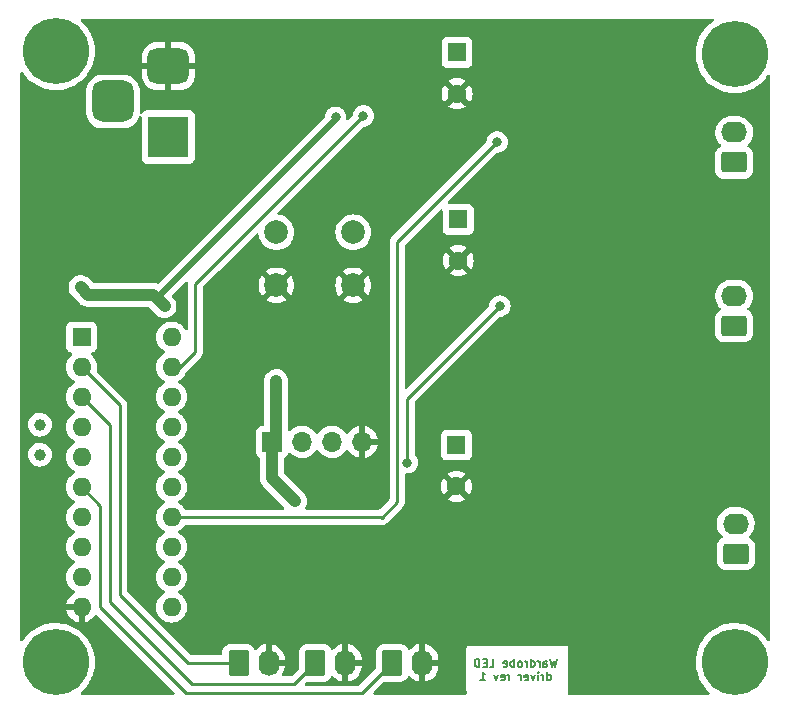
<source format=gbl>
G04 #@! TF.GenerationSoftware,KiCad,Pcbnew,(6.0.2)*
G04 #@! TF.CreationDate,2022-04-11T22:25:36+02:00*
G04 #@! TF.ProjectId,szafa_led_driver,737a6166-615f-46c6-9564-5f6472697665,rev?*
G04 #@! TF.SameCoordinates,Original*
G04 #@! TF.FileFunction,Copper,L2,Bot*
G04 #@! TF.FilePolarity,Positive*
%FSLAX46Y46*%
G04 Gerber Fmt 4.6, Leading zero omitted, Abs format (unit mm)*
G04 Created by KiCad (PCBNEW (6.0.2)) date 2022-04-11 22:25:36*
%MOMM*%
%LPD*%
G01*
G04 APERTURE LIST*
G04 Aperture macros list*
%AMRoundRect*
0 Rectangle with rounded corners*
0 $1 Rounding radius*
0 $2 $3 $4 $5 $6 $7 $8 $9 X,Y pos of 4 corners*
0 Add a 4 corners polygon primitive as box body*
4,1,4,$2,$3,$4,$5,$6,$7,$8,$9,$2,$3,0*
0 Add four circle primitives for the rounded corners*
1,1,$1+$1,$2,$3*
1,1,$1+$1,$4,$5*
1,1,$1+$1,$6,$7*
1,1,$1+$1,$8,$9*
0 Add four rect primitives between the rounded corners*
20,1,$1+$1,$2,$3,$4,$5,0*
20,1,$1+$1,$4,$5,$6,$7,0*
20,1,$1+$1,$6,$7,$8,$9,0*
20,1,$1+$1,$8,$9,$2,$3,0*%
G04 Aperture macros list end*
%ADD10C,0.175000*%
G04 #@! TA.AperFunction,NonConductor*
%ADD11C,0.175000*%
G04 #@! TD*
G04 #@! TA.AperFunction,ComponentPad*
%ADD12C,5.600000*%
G04 #@! TD*
G04 #@! TA.AperFunction,ComponentPad*
%ADD13R,1.600000X1.600000*%
G04 #@! TD*
G04 #@! TA.AperFunction,ComponentPad*
%ADD14C,1.600000*%
G04 #@! TD*
G04 #@! TA.AperFunction,ComponentPad*
%ADD15RoundRect,0.250000X0.845000X-0.620000X0.845000X0.620000X-0.845000X0.620000X-0.845000X-0.620000X0*%
G04 #@! TD*
G04 #@! TA.AperFunction,ComponentPad*
%ADD16O,2.190000X1.740000*%
G04 #@! TD*
G04 #@! TA.AperFunction,ComponentPad*
%ADD17R,1.700000X1.700000*%
G04 #@! TD*
G04 #@! TA.AperFunction,ComponentPad*
%ADD18O,1.700000X1.700000*%
G04 #@! TD*
G04 #@! TA.AperFunction,ComponentPad*
%ADD19O,1.600000X1.600000*%
G04 #@! TD*
G04 #@! TA.AperFunction,ComponentPad*
%ADD20RoundRect,0.250000X-0.620000X-0.845000X0.620000X-0.845000X0.620000X0.845000X-0.620000X0.845000X0*%
G04 #@! TD*
G04 #@! TA.AperFunction,ComponentPad*
%ADD21O,1.740000X2.190000*%
G04 #@! TD*
G04 #@! TA.AperFunction,ComponentPad*
%ADD22C,2.000000*%
G04 #@! TD*
G04 #@! TA.AperFunction,ComponentPad*
%ADD23R,3.500000X3.500000*%
G04 #@! TD*
G04 #@! TA.AperFunction,ComponentPad*
%ADD24RoundRect,0.750000X-1.000000X0.750000X-1.000000X-0.750000X1.000000X-0.750000X1.000000X0.750000X0*%
G04 #@! TD*
G04 #@! TA.AperFunction,ComponentPad*
%ADD25RoundRect,0.875000X-0.875000X0.875000X-0.875000X-0.875000X0.875000X-0.875000X0.875000X0.875000X0*%
G04 #@! TD*
G04 #@! TA.AperFunction,ComponentPad*
%ADD26C,1.000000*%
G04 #@! TD*
G04 #@! TA.AperFunction,ViaPad*
%ADD27C,0.800000*%
G04 #@! TD*
G04 #@! TA.AperFunction,Conductor*
%ADD28C,1.000000*%
G04 #@! TD*
G04 #@! TA.AperFunction,Conductor*
%ADD29C,0.500000*%
G04 #@! TD*
G04 #@! TA.AperFunction,Conductor*
%ADD30C,0.254000*%
G04 #@! TD*
G04 APERTURE END LIST*
D10*
D11*
X115216666Y-104703166D02*
X115050000Y-105403166D01*
X114916666Y-104903166D01*
X114783333Y-105403166D01*
X114616666Y-104703166D01*
X114050000Y-105403166D02*
X114050000Y-105036500D01*
X114083333Y-104969833D01*
X114150000Y-104936500D01*
X114283333Y-104936500D01*
X114350000Y-104969833D01*
X114050000Y-105369833D02*
X114116666Y-105403166D01*
X114283333Y-105403166D01*
X114350000Y-105369833D01*
X114383333Y-105303166D01*
X114383333Y-105236500D01*
X114350000Y-105169833D01*
X114283333Y-105136500D01*
X114116666Y-105136500D01*
X114050000Y-105103166D01*
X113716666Y-105403166D02*
X113716666Y-104936500D01*
X113716666Y-105069833D02*
X113683333Y-105003166D01*
X113650000Y-104969833D01*
X113583333Y-104936500D01*
X113516666Y-104936500D01*
X112983333Y-105403166D02*
X112983333Y-104703166D01*
X112983333Y-105369833D02*
X113050000Y-105403166D01*
X113183333Y-105403166D01*
X113250000Y-105369833D01*
X113283333Y-105336500D01*
X113316666Y-105269833D01*
X113316666Y-105069833D01*
X113283333Y-105003166D01*
X113250000Y-104969833D01*
X113183333Y-104936500D01*
X113050000Y-104936500D01*
X112983333Y-104969833D01*
X112650000Y-105403166D02*
X112650000Y-104936500D01*
X112650000Y-105069833D02*
X112616666Y-105003166D01*
X112583333Y-104969833D01*
X112516666Y-104936500D01*
X112450000Y-104936500D01*
X112116666Y-105403166D02*
X112183333Y-105369833D01*
X112216666Y-105336500D01*
X112250000Y-105269833D01*
X112250000Y-105069833D01*
X112216666Y-105003166D01*
X112183333Y-104969833D01*
X112116666Y-104936500D01*
X112016666Y-104936500D01*
X111950000Y-104969833D01*
X111916666Y-105003166D01*
X111883333Y-105069833D01*
X111883333Y-105269833D01*
X111916666Y-105336500D01*
X111950000Y-105369833D01*
X112016666Y-105403166D01*
X112116666Y-105403166D01*
X111583333Y-105403166D02*
X111583333Y-104703166D01*
X111583333Y-104969833D02*
X111516666Y-104936500D01*
X111383333Y-104936500D01*
X111316666Y-104969833D01*
X111283333Y-105003166D01*
X111250000Y-105069833D01*
X111250000Y-105269833D01*
X111283333Y-105336500D01*
X111316666Y-105369833D01*
X111383333Y-105403166D01*
X111516666Y-105403166D01*
X111583333Y-105369833D01*
X110683333Y-105369833D02*
X110750000Y-105403166D01*
X110883333Y-105403166D01*
X110950000Y-105369833D01*
X110983333Y-105303166D01*
X110983333Y-105036500D01*
X110950000Y-104969833D01*
X110883333Y-104936500D01*
X110750000Y-104936500D01*
X110683333Y-104969833D01*
X110650000Y-105036500D01*
X110650000Y-105103166D01*
X110983333Y-105169833D01*
X109483333Y-105403166D02*
X109816666Y-105403166D01*
X109816666Y-104703166D01*
X109250000Y-105036500D02*
X109016666Y-105036500D01*
X108916666Y-105403166D02*
X109250000Y-105403166D01*
X109250000Y-104703166D01*
X108916666Y-104703166D01*
X108616666Y-105403166D02*
X108616666Y-104703166D01*
X108450000Y-104703166D01*
X108350000Y-104736500D01*
X108283333Y-104803166D01*
X108250000Y-104869833D01*
X108216666Y-105003166D01*
X108216666Y-105103166D01*
X108250000Y-105236500D01*
X108283333Y-105303166D01*
X108350000Y-105369833D01*
X108450000Y-105403166D01*
X108616666Y-105403166D01*
X114366666Y-106530166D02*
X114366666Y-105830166D01*
X114366666Y-106496833D02*
X114433333Y-106530166D01*
X114566666Y-106530166D01*
X114633333Y-106496833D01*
X114666666Y-106463500D01*
X114700000Y-106396833D01*
X114700000Y-106196833D01*
X114666666Y-106130166D01*
X114633333Y-106096833D01*
X114566666Y-106063500D01*
X114433333Y-106063500D01*
X114366666Y-106096833D01*
X114033333Y-106530166D02*
X114033333Y-106063500D01*
X114033333Y-106196833D02*
X114000000Y-106130166D01*
X113966666Y-106096833D01*
X113900000Y-106063500D01*
X113833333Y-106063500D01*
X113600000Y-106530166D02*
X113600000Y-106063500D01*
X113600000Y-105830166D02*
X113633333Y-105863500D01*
X113600000Y-105896833D01*
X113566666Y-105863500D01*
X113600000Y-105830166D01*
X113600000Y-105896833D01*
X113333333Y-106063500D02*
X113166666Y-106530166D01*
X113000000Y-106063500D01*
X112466666Y-106496833D02*
X112533333Y-106530166D01*
X112666666Y-106530166D01*
X112733333Y-106496833D01*
X112766666Y-106430166D01*
X112766666Y-106163500D01*
X112733333Y-106096833D01*
X112666666Y-106063500D01*
X112533333Y-106063500D01*
X112466666Y-106096833D01*
X112433333Y-106163500D01*
X112433333Y-106230166D01*
X112766666Y-106296833D01*
X112133333Y-106530166D02*
X112133333Y-106063500D01*
X112133333Y-106196833D02*
X112100000Y-106130166D01*
X112066666Y-106096833D01*
X112000000Y-106063500D01*
X111933333Y-106063500D01*
X111166666Y-106530166D02*
X111166666Y-106063500D01*
X111166666Y-106196833D02*
X111133333Y-106130166D01*
X111100000Y-106096833D01*
X111033333Y-106063500D01*
X110966666Y-106063500D01*
X110466666Y-106496833D02*
X110533333Y-106530166D01*
X110666666Y-106530166D01*
X110733333Y-106496833D01*
X110766666Y-106430166D01*
X110766666Y-106163500D01*
X110733333Y-106096833D01*
X110666666Y-106063500D01*
X110533333Y-106063500D01*
X110466666Y-106096833D01*
X110433333Y-106163500D01*
X110433333Y-106230166D01*
X110766666Y-106296833D01*
X110200000Y-106063500D02*
X110033333Y-106530166D01*
X109866666Y-106063500D01*
X108700000Y-106530166D02*
X109100000Y-106530166D01*
X108900000Y-106530166D02*
X108900000Y-105830166D01*
X108966666Y-105930166D01*
X109033333Y-105996833D01*
X109100000Y-106030166D01*
D12*
X130250000Y-53500000D03*
D13*
X106680000Y-86614000D03*
D14*
X106680000Y-90114000D03*
D15*
X130327400Y-95808800D03*
D16*
X130327400Y-93268800D03*
D13*
X106832400Y-67513200D03*
D14*
X106832400Y-71013200D03*
D17*
X91059000Y-86360000D03*
D18*
X93599000Y-86360000D03*
X96139000Y-86360000D03*
X98679000Y-86360000D03*
D13*
X74940000Y-77475000D03*
D19*
X74940000Y-80015000D03*
X74940000Y-82555000D03*
X74940000Y-85095000D03*
X74940000Y-87635000D03*
X74940000Y-90175000D03*
X74940000Y-92715000D03*
X74940000Y-95255000D03*
X74940000Y-97795000D03*
X74940000Y-100335000D03*
X82560000Y-100335000D03*
X82560000Y-97795000D03*
X82560000Y-95255000D03*
X82560000Y-92715000D03*
X82560000Y-90175000D03*
X82560000Y-87635000D03*
X82560000Y-85095000D03*
X82560000Y-82555000D03*
X82560000Y-80015000D03*
X82560000Y-77475000D03*
D15*
X130200400Y-62687200D03*
D16*
X130200400Y-60147200D03*
D15*
X130195000Y-76530200D03*
D16*
X130195000Y-73990200D03*
D12*
X72750000Y-53250000D03*
D20*
X88239600Y-105054400D03*
D21*
X90779600Y-105054400D03*
D20*
X101244400Y-105054400D03*
D21*
X103784400Y-105054400D03*
D20*
X94742000Y-105054400D03*
D21*
X97282000Y-105054400D03*
D12*
X72750000Y-105000000D03*
D13*
X106730800Y-53363749D03*
D14*
X106730800Y-56863749D03*
D22*
X91442400Y-73101200D03*
X97942400Y-73101200D03*
X97942400Y-68601200D03*
X91442400Y-68601200D03*
D23*
X82297000Y-60531000D03*
D24*
X82297000Y-54531000D03*
D25*
X77597000Y-57531000D03*
D12*
X130250000Y-105000000D03*
D26*
X71417000Y-87426800D03*
X71417000Y-84886800D03*
D27*
X112050000Y-95400000D03*
X108800000Y-96350000D03*
X112650000Y-76500000D03*
X80750000Y-66750000D03*
X114088500Y-63161500D03*
X114450000Y-81300000D03*
X114904700Y-77795300D03*
X112650000Y-79700000D03*
X89500000Y-53500000D03*
X79250000Y-66750000D03*
X114187400Y-76962600D03*
X107700000Y-96350000D03*
X113831800Y-62268200D03*
X82250000Y-66750000D03*
X77750000Y-70500000D03*
X70500000Y-89000000D03*
X89500000Y-52500000D03*
X114500000Y-79700000D03*
X107700000Y-95350000D03*
X111000000Y-78000000D03*
X80750000Y-69250000D03*
X112600000Y-81250000D03*
X92250000Y-51000000D03*
X82250000Y-70500000D03*
X70500000Y-81500000D03*
X114713500Y-63786500D03*
X80750000Y-68000000D03*
X77750000Y-68000000D03*
X114390600Y-96309400D03*
X115079300Y-97070700D03*
X77750000Y-66750000D03*
X108800000Y-95400000D03*
X114187400Y-76062600D03*
X114390600Y-95209400D03*
X80750000Y-70500000D03*
X113200000Y-95400000D03*
X79250000Y-69250000D03*
X87500000Y-81000000D03*
X112900000Y-62250000D03*
X109900000Y-96400000D03*
X113200000Y-96450000D03*
X110900000Y-81250000D03*
X111000000Y-76500000D03*
X89500000Y-51500000D03*
X110950000Y-79650000D03*
X82250000Y-68000000D03*
X112100000Y-96450000D03*
X82250000Y-69250000D03*
X112650000Y-78050000D03*
X79250000Y-70500000D03*
X109850000Y-95400000D03*
X77750000Y-69250000D03*
X79250000Y-68000000D03*
X111000000Y-95400000D03*
X111000000Y-96400000D03*
X91414600Y-81203800D03*
X81965800Y-74853800D03*
X75488800Y-73888600D03*
X96443800Y-58877200D03*
X93014800Y-91363800D03*
X74853800Y-73253600D03*
X81292700Y-74180700D03*
X98806000Y-58750200D03*
X110134400Y-60960000D03*
X102514400Y-88112600D03*
X110363000Y-74853800D03*
D28*
X81965800Y-74853800D02*
X81292700Y-74180700D01*
X74853800Y-73253600D02*
X75488800Y-73888600D01*
D29*
X81292700Y-74180700D02*
X96443800Y-59029600D01*
D28*
X91414600Y-86004400D02*
X91059000Y-86360000D01*
X91059000Y-86360000D02*
X91059000Y-89408000D01*
X91059000Y-89408000D02*
X93014800Y-91363800D01*
D29*
X96443800Y-59029600D02*
X96443800Y-58877200D01*
D28*
X81292700Y-74180700D02*
X81000600Y-73888600D01*
X91414600Y-81203800D02*
X91414600Y-86004400D01*
X81000600Y-73888600D02*
X75488800Y-73888600D01*
D30*
X98806000Y-58750200D02*
X84582000Y-72974200D01*
X83281600Y-80015000D02*
X82560000Y-80015000D01*
X84582000Y-72974200D02*
X84582000Y-78714600D01*
X84582000Y-78714600D02*
X83281600Y-80015000D01*
X78181200Y-99288600D02*
X78181200Y-83256200D01*
X83947000Y-105054400D02*
X78181200Y-99288600D01*
X78181200Y-83256200D02*
X74940000Y-80015000D01*
X88239600Y-105054400D02*
X83947000Y-105054400D01*
X77343000Y-99923600D02*
X77343000Y-84958000D01*
X77343000Y-84958000D02*
X74940000Y-82555000D01*
X94742000Y-105054400D02*
X92964000Y-106832400D01*
X92964000Y-106832400D02*
X84251800Y-106832400D01*
X84251800Y-106832400D02*
X77343000Y-99923600D01*
X98653600Y-107645200D02*
X83820000Y-107645200D01*
X76504800Y-91739800D02*
X74940000Y-90175000D01*
X101244400Y-105054400D02*
X98653600Y-107645200D01*
X76504800Y-100330000D02*
X76504800Y-91739800D01*
X83820000Y-107645200D02*
X76504800Y-100330000D01*
X100355400Y-92760800D02*
X100309600Y-92715000D01*
X101650800Y-91465400D02*
X100355400Y-92760800D01*
X100309600Y-92715000D02*
X82560000Y-92715000D01*
X110134400Y-60960000D02*
X101650800Y-69443600D01*
X101650800Y-69443600D02*
X101650800Y-91465400D01*
X110363000Y-74853800D02*
X102514400Y-82702400D01*
X102514400Y-82702400D02*
X102514400Y-88112600D01*
G04 #@! TA.AperFunction,Conductor*
G36*
X128418963Y-50528002D02*
G01*
X128465456Y-50581658D01*
X128475560Y-50651932D01*
X128446066Y-50716512D01*
X128415550Y-50742115D01*
X128397193Y-50753101D01*
X128394467Y-50755163D01*
X128394465Y-50755164D01*
X128367906Y-50775251D01*
X128111367Y-50969270D01*
X127850559Y-51215043D01*
X127848347Y-51217633D01*
X127848345Y-51217635D01*
X127825706Y-51244142D01*
X127617819Y-51487546D01*
X127615900Y-51490358D01*
X127615897Y-51490363D01*
X127586409Y-51533591D01*
X127415871Y-51783591D01*
X127247077Y-52099714D01*
X127113411Y-52432218D01*
X127112491Y-52435492D01*
X127112489Y-52435497D01*
X127041782Y-52687046D01*
X127016437Y-52777213D01*
X127015875Y-52780570D01*
X127015875Y-52780571D01*
X126983272Y-52975403D01*
X126957290Y-53130663D01*
X126936661Y-53488434D01*
X126954792Y-53846340D01*
X126955329Y-53849695D01*
X126955330Y-53849701D01*
X126994582Y-54094757D01*
X127011470Y-54200195D01*
X127106033Y-54545859D01*
X127237374Y-54879288D01*
X127403957Y-55196582D01*
X127405858Y-55199411D01*
X127405864Y-55199421D01*
X127543205Y-55403804D01*
X127603834Y-55494029D01*
X127834665Y-55768150D01*
X128093751Y-56015738D01*
X128378061Y-56233897D01*
X128409804Y-56253197D01*
X128681355Y-56418303D01*
X128681360Y-56418306D01*
X128684270Y-56420075D01*
X128687358Y-56421521D01*
X128687357Y-56421521D01*
X128980957Y-56559053D01*
X129008794Y-56572093D01*
X129012012Y-56573195D01*
X129012015Y-56573196D01*
X129344615Y-56687071D01*
X129344623Y-56687073D01*
X129347838Y-56688174D01*
X129697435Y-56766959D01*
X129749728Y-56772917D01*
X130050114Y-56807142D01*
X130050122Y-56807142D01*
X130053497Y-56807527D01*
X130056901Y-56807545D01*
X130056904Y-56807545D01*
X130251227Y-56808562D01*
X130411857Y-56809403D01*
X130415243Y-56809053D01*
X130415245Y-56809053D01*
X130764932Y-56772917D01*
X130764941Y-56772916D01*
X130768324Y-56772566D01*
X130771657Y-56771852D01*
X130771660Y-56771851D01*
X130944186Y-56734864D01*
X131118727Y-56697446D01*
X131458968Y-56584922D01*
X131785066Y-56436311D01*
X131954022Y-56335992D01*
X132090262Y-56255099D01*
X132090267Y-56255096D01*
X132093207Y-56253350D01*
X132102965Y-56246024D01*
X132206479Y-56168303D01*
X132379786Y-56038180D01*
X132641451Y-55793319D01*
X132875140Y-55521630D01*
X133012161Y-55322263D01*
X133067228Y-55277453D01*
X133137781Y-55269528D01*
X133201419Y-55301005D01*
X133237936Y-55361889D01*
X133242000Y-55393631D01*
X133242000Y-103107000D01*
X133221998Y-103175121D01*
X133168342Y-103221614D01*
X133098068Y-103231718D01*
X133033488Y-103202224D01*
X133011664Y-103177640D01*
X132891102Y-102999570D01*
X132889190Y-102996746D01*
X132657403Y-102723432D01*
X132397454Y-102476750D01*
X132112384Y-102259585D01*
X132109472Y-102257828D01*
X132109467Y-102257825D01*
X131808443Y-102076236D01*
X131808437Y-102076233D01*
X131805528Y-102074478D01*
X131480475Y-101923593D01*
X131310751Y-101866145D01*
X131144255Y-101809789D01*
X131144250Y-101809788D01*
X131141028Y-101808697D01*
X130942681Y-101764724D01*
X130794493Y-101731871D01*
X130794487Y-101731870D01*
X130791158Y-101731132D01*
X130787769Y-101730758D01*
X130787764Y-101730757D01*
X130438338Y-101692180D01*
X130438333Y-101692180D01*
X130434957Y-101691807D01*
X130431558Y-101691801D01*
X130431557Y-101691801D01*
X130262080Y-101691505D01*
X130076592Y-101691182D01*
X129963413Y-101703277D01*
X129723639Y-101728901D01*
X129723631Y-101728902D01*
X129720256Y-101729263D01*
X129370117Y-101805606D01*
X129030271Y-101919317D01*
X129027178Y-101920739D01*
X129027177Y-101920740D01*
X129020974Y-101923593D01*
X128704694Y-102069066D01*
X128397193Y-102253101D01*
X128394467Y-102255163D01*
X128394465Y-102255164D01*
X128388620Y-102259585D01*
X128111367Y-102469270D01*
X127850559Y-102715043D01*
X127617819Y-102987546D01*
X127615900Y-102990358D01*
X127615897Y-102990363D01*
X127536523Y-103106721D01*
X127415871Y-103283591D01*
X127247077Y-103599714D01*
X127113411Y-103932218D01*
X127112491Y-103935492D01*
X127112489Y-103935497D01*
X127051526Y-104152382D01*
X127016437Y-104277213D01*
X126957290Y-104630663D01*
X126936661Y-104988434D01*
X126954792Y-105346340D01*
X126955329Y-105349695D01*
X126955330Y-105349701D01*
X126990788Y-105571072D01*
X127011470Y-105700195D01*
X127106033Y-106045859D01*
X127237374Y-106379288D01*
X127258000Y-106418575D01*
X127383649Y-106657900D01*
X127403957Y-106696582D01*
X127405858Y-106699411D01*
X127405864Y-106699421D01*
X127536369Y-106893631D01*
X127603834Y-106994029D01*
X127834665Y-107268150D01*
X128093751Y-107515738D01*
X128096457Y-107517814D01*
X128099042Y-107520030D01*
X128097970Y-107521281D01*
X128136008Y-107573371D01*
X128140232Y-107644242D01*
X128105471Y-107706146D01*
X128042759Y-107739429D01*
X128017438Y-107742000D01*
X116226000Y-107742000D01*
X116157879Y-107721998D01*
X116111386Y-107668342D01*
X116100000Y-107616000D01*
X116100000Y-103650000D01*
X107550000Y-103650000D01*
X107550000Y-103776493D01*
X107529998Y-103844614D01*
X107513437Y-103858964D01*
X107514938Y-103860264D01*
X107494587Y-103883750D01*
X107487834Y-103883750D01*
X107487834Y-107416250D01*
X107495628Y-107416250D01*
X107506512Y-107425681D01*
X107544896Y-107485407D01*
X107550000Y-107520906D01*
X107550000Y-107616000D01*
X107529998Y-107684121D01*
X107476342Y-107730614D01*
X107424000Y-107742000D01*
X99759722Y-107742000D01*
X99691601Y-107721998D01*
X99645108Y-107668342D01*
X99635004Y-107598068D01*
X99664498Y-107533488D01*
X99670627Y-107526905D01*
X100502727Y-106694805D01*
X100565039Y-106660779D01*
X100591822Y-106657900D01*
X101914800Y-106657900D01*
X101918046Y-106657563D01*
X101918050Y-106657563D01*
X102013708Y-106647638D01*
X102013712Y-106647637D01*
X102020566Y-106646926D01*
X102027102Y-106644745D01*
X102027104Y-106644745D01*
X102181398Y-106593268D01*
X102188346Y-106590950D01*
X102338748Y-106497878D01*
X102463705Y-106372703D01*
X102541149Y-106247067D01*
X102556515Y-106222138D01*
X102558532Y-106223382D01*
X102597937Y-106178625D01*
X102666213Y-106159161D01*
X102734174Y-106179700D01*
X102756389Y-106198185D01*
X102864324Y-106311330D01*
X102872292Y-106318379D01*
X103051352Y-106451603D01*
X103060382Y-106457202D01*
X103259331Y-106558353D01*
X103269192Y-106562356D01*
X103482329Y-106628538D01*
X103492709Y-106630820D01*
X103512443Y-106633436D01*
X103526607Y-106631240D01*
X103530400Y-106618055D01*
X103530400Y-106616027D01*
X104038400Y-106616027D01*
X104042373Y-106629558D01*
X104052980Y-106631083D01*
X104176588Y-106605148D01*
X104186784Y-106602088D01*
X104394352Y-106520116D01*
X104403889Y-106515382D01*
X104594685Y-106399604D01*
X104603278Y-106393338D01*
X104771841Y-106247067D01*
X104779261Y-106239436D01*
X104920768Y-106066858D01*
X104926793Y-106058091D01*
X105037197Y-105864138D01*
X105041662Y-105854474D01*
X105117810Y-105644689D01*
X105120581Y-105634421D01*
X105160506Y-105413634D01*
X105161439Y-105405405D01*
X105162330Y-105386526D01*
X105162400Y-105383551D01*
X105162400Y-105326515D01*
X105157925Y-105311276D01*
X105156535Y-105310071D01*
X105148852Y-105308400D01*
X104056515Y-105308400D01*
X104041276Y-105312875D01*
X104040071Y-105314265D01*
X104038400Y-105321948D01*
X104038400Y-106616027D01*
X103530400Y-106616027D01*
X103530400Y-104782285D01*
X104038400Y-104782285D01*
X104042875Y-104797524D01*
X104044265Y-104798729D01*
X104051948Y-104800400D01*
X105144285Y-104800400D01*
X105159524Y-104795925D01*
X105160729Y-104794535D01*
X105162400Y-104786852D01*
X105162400Y-104773346D01*
X105162175Y-104768037D01*
X105148061Y-104601693D01*
X105146271Y-104591221D01*
X105090202Y-104375198D01*
X105086666Y-104365158D01*
X104995001Y-104161668D01*
X104989832Y-104152382D01*
X104865190Y-103967245D01*
X104858529Y-103958959D01*
X104704476Y-103797470D01*
X104696508Y-103790421D01*
X104517448Y-103657197D01*
X104508418Y-103651598D01*
X104309469Y-103550447D01*
X104299608Y-103546444D01*
X104086471Y-103480262D01*
X104076091Y-103477980D01*
X104056357Y-103475364D01*
X104042193Y-103477560D01*
X104038400Y-103490745D01*
X104038400Y-104782285D01*
X103530400Y-104782285D01*
X103530400Y-103492773D01*
X103526427Y-103479242D01*
X103515820Y-103477717D01*
X103392212Y-103503652D01*
X103382016Y-103506712D01*
X103174448Y-103588684D01*
X103164911Y-103593418D01*
X102974115Y-103709196D01*
X102965522Y-103715462D01*
X102796959Y-103861733D01*
X102789538Y-103869365D01*
X102762227Y-103902672D01*
X102703567Y-103942666D01*
X102632597Y-103944597D01*
X102571849Y-103907852D01*
X102556596Y-103885054D01*
X102555950Y-103885454D01*
X102466732Y-103741280D01*
X102462878Y-103735052D01*
X102337703Y-103610095D01*
X102287675Y-103579257D01*
X102193368Y-103521125D01*
X102193366Y-103521124D01*
X102187138Y-103517285D01*
X102107122Y-103490745D01*
X102025789Y-103463768D01*
X102025787Y-103463768D01*
X102019261Y-103461603D01*
X102012425Y-103460903D01*
X102012422Y-103460902D01*
X101969369Y-103456491D01*
X101914800Y-103450900D01*
X100574000Y-103450900D01*
X100570754Y-103451237D01*
X100570750Y-103451237D01*
X100475092Y-103461162D01*
X100475088Y-103461163D01*
X100468234Y-103461874D01*
X100461698Y-103464055D01*
X100461696Y-103464055D01*
X100343010Y-103503652D01*
X100300454Y-103517850D01*
X100150052Y-103610922D01*
X100025095Y-103736097D01*
X100021255Y-103742327D01*
X100021254Y-103742328D01*
X99947652Y-103861733D01*
X99932285Y-103886662D01*
X99876603Y-104054539D01*
X99865900Y-104159000D01*
X99865900Y-105481977D01*
X99845898Y-105550098D01*
X99828995Y-105571072D01*
X98427272Y-106972795D01*
X98364960Y-107006821D01*
X98338177Y-107009700D01*
X93989622Y-107009700D01*
X93921501Y-106989698D01*
X93875008Y-106936042D01*
X93864904Y-106865768D01*
X93894398Y-106801188D01*
X93900527Y-106794605D01*
X94000327Y-106694805D01*
X94062639Y-106660779D01*
X94089422Y-106657900D01*
X95412400Y-106657900D01*
X95415646Y-106657563D01*
X95415650Y-106657563D01*
X95511308Y-106647638D01*
X95511312Y-106647637D01*
X95518166Y-106646926D01*
X95524702Y-106644745D01*
X95524704Y-106644745D01*
X95678998Y-106593268D01*
X95685946Y-106590950D01*
X95836348Y-106497878D01*
X95961305Y-106372703D01*
X96038749Y-106247067D01*
X96054115Y-106222138D01*
X96056132Y-106223382D01*
X96095537Y-106178625D01*
X96163813Y-106159161D01*
X96231774Y-106179700D01*
X96253989Y-106198185D01*
X96361924Y-106311330D01*
X96369892Y-106318379D01*
X96548952Y-106451603D01*
X96557982Y-106457202D01*
X96756931Y-106558353D01*
X96766792Y-106562356D01*
X96979929Y-106628538D01*
X96990309Y-106630820D01*
X97010043Y-106633436D01*
X97024207Y-106631240D01*
X97028000Y-106618055D01*
X97028000Y-106616027D01*
X97536000Y-106616027D01*
X97539973Y-106629558D01*
X97550580Y-106631083D01*
X97674188Y-106605148D01*
X97684384Y-106602088D01*
X97891952Y-106520116D01*
X97901489Y-106515382D01*
X98092285Y-106399604D01*
X98100878Y-106393338D01*
X98269441Y-106247067D01*
X98276861Y-106239436D01*
X98418368Y-106066858D01*
X98424393Y-106058091D01*
X98534797Y-105864138D01*
X98539262Y-105854474D01*
X98615410Y-105644689D01*
X98618181Y-105634421D01*
X98658106Y-105413634D01*
X98659039Y-105405405D01*
X98659930Y-105386526D01*
X98660000Y-105383551D01*
X98660000Y-105326515D01*
X98655525Y-105311276D01*
X98654135Y-105310071D01*
X98646452Y-105308400D01*
X97554115Y-105308400D01*
X97538876Y-105312875D01*
X97537671Y-105314265D01*
X97536000Y-105321948D01*
X97536000Y-106616027D01*
X97028000Y-106616027D01*
X97028000Y-104782285D01*
X97536000Y-104782285D01*
X97540475Y-104797524D01*
X97541865Y-104798729D01*
X97549548Y-104800400D01*
X98641885Y-104800400D01*
X98657124Y-104795925D01*
X98658329Y-104794535D01*
X98660000Y-104786852D01*
X98660000Y-104773346D01*
X98659775Y-104768037D01*
X98645661Y-104601693D01*
X98643871Y-104591221D01*
X98587802Y-104375198D01*
X98584266Y-104365158D01*
X98492601Y-104161668D01*
X98487432Y-104152382D01*
X98362790Y-103967245D01*
X98356129Y-103958959D01*
X98202076Y-103797470D01*
X98194108Y-103790421D01*
X98015048Y-103657197D01*
X98006018Y-103651598D01*
X97807069Y-103550447D01*
X97797208Y-103546444D01*
X97584071Y-103480262D01*
X97573691Y-103477980D01*
X97553957Y-103475364D01*
X97539793Y-103477560D01*
X97536000Y-103490745D01*
X97536000Y-104782285D01*
X97028000Y-104782285D01*
X97028000Y-103492773D01*
X97024027Y-103479242D01*
X97013420Y-103477717D01*
X96889812Y-103503652D01*
X96879616Y-103506712D01*
X96672048Y-103588684D01*
X96662511Y-103593418D01*
X96471715Y-103709196D01*
X96463122Y-103715462D01*
X96294559Y-103861733D01*
X96287138Y-103869365D01*
X96259827Y-103902672D01*
X96201167Y-103942666D01*
X96130197Y-103944597D01*
X96069449Y-103907852D01*
X96054196Y-103885054D01*
X96053550Y-103885454D01*
X95964332Y-103741280D01*
X95960478Y-103735052D01*
X95835303Y-103610095D01*
X95785275Y-103579257D01*
X95690968Y-103521125D01*
X95690966Y-103521124D01*
X95684738Y-103517285D01*
X95604722Y-103490745D01*
X95523389Y-103463768D01*
X95523387Y-103463768D01*
X95516861Y-103461603D01*
X95510025Y-103460903D01*
X95510022Y-103460902D01*
X95466969Y-103456491D01*
X95412400Y-103450900D01*
X94071600Y-103450900D01*
X94068354Y-103451237D01*
X94068350Y-103451237D01*
X93972692Y-103461162D01*
X93972688Y-103461163D01*
X93965834Y-103461874D01*
X93959298Y-103464055D01*
X93959296Y-103464055D01*
X93840610Y-103503652D01*
X93798054Y-103517850D01*
X93647652Y-103610922D01*
X93522695Y-103736097D01*
X93518855Y-103742327D01*
X93518854Y-103742328D01*
X93445252Y-103861733D01*
X93429885Y-103886662D01*
X93374203Y-104054539D01*
X93363500Y-104159000D01*
X93363500Y-105481977D01*
X93343498Y-105550098D01*
X93326595Y-105571072D01*
X92737672Y-106159995D01*
X92675360Y-106194021D01*
X92648577Y-106196900D01*
X92059685Y-106196900D01*
X91991564Y-106176898D01*
X91945071Y-106123242D01*
X91934967Y-106052968D01*
X91950183Y-106008568D01*
X92032397Y-105864138D01*
X92036862Y-105854474D01*
X92113010Y-105644689D01*
X92115781Y-105634421D01*
X92155706Y-105413634D01*
X92156639Y-105405405D01*
X92157530Y-105386526D01*
X92157600Y-105383551D01*
X92157600Y-105326515D01*
X92153125Y-105311276D01*
X92151735Y-105310071D01*
X92144052Y-105308400D01*
X90651600Y-105308400D01*
X90583479Y-105288398D01*
X90536986Y-105234742D01*
X90525600Y-105182400D01*
X90525600Y-104782285D01*
X91033600Y-104782285D01*
X91038075Y-104797524D01*
X91039465Y-104798729D01*
X91047148Y-104800400D01*
X92139485Y-104800400D01*
X92154724Y-104795925D01*
X92155929Y-104794535D01*
X92157600Y-104786852D01*
X92157600Y-104773346D01*
X92157375Y-104768037D01*
X92143261Y-104601693D01*
X92141471Y-104591221D01*
X92085402Y-104375198D01*
X92081866Y-104365158D01*
X91990201Y-104161668D01*
X91985032Y-104152382D01*
X91860390Y-103967245D01*
X91853729Y-103958959D01*
X91699676Y-103797470D01*
X91691708Y-103790421D01*
X91512648Y-103657197D01*
X91503618Y-103651598D01*
X91304669Y-103550447D01*
X91294808Y-103546444D01*
X91081671Y-103480262D01*
X91071291Y-103477980D01*
X91051557Y-103475364D01*
X91037393Y-103477560D01*
X91033600Y-103490745D01*
X91033600Y-104782285D01*
X90525600Y-104782285D01*
X90525600Y-103492773D01*
X90521627Y-103479242D01*
X90511020Y-103477717D01*
X90387412Y-103503652D01*
X90377216Y-103506712D01*
X90169648Y-103588684D01*
X90160111Y-103593418D01*
X89969315Y-103709196D01*
X89960722Y-103715462D01*
X89792159Y-103861733D01*
X89784738Y-103869365D01*
X89757427Y-103902672D01*
X89698767Y-103942666D01*
X89627797Y-103944597D01*
X89567049Y-103907852D01*
X89551796Y-103885054D01*
X89551150Y-103885454D01*
X89461932Y-103741280D01*
X89458078Y-103735052D01*
X89332903Y-103610095D01*
X89282875Y-103579257D01*
X89188568Y-103521125D01*
X89188566Y-103521124D01*
X89182338Y-103517285D01*
X89102322Y-103490745D01*
X89020989Y-103463768D01*
X89020987Y-103463768D01*
X89014461Y-103461603D01*
X89007625Y-103460903D01*
X89007622Y-103460902D01*
X88964569Y-103456491D01*
X88910000Y-103450900D01*
X87569200Y-103450900D01*
X87565954Y-103451237D01*
X87565950Y-103451237D01*
X87470292Y-103461162D01*
X87470288Y-103461163D01*
X87463434Y-103461874D01*
X87456898Y-103464055D01*
X87456896Y-103464055D01*
X87338210Y-103503652D01*
X87295654Y-103517850D01*
X87145252Y-103610922D01*
X87020295Y-103736097D01*
X87016455Y-103742327D01*
X87016454Y-103742328D01*
X86942852Y-103861733D01*
X86927485Y-103886662D01*
X86871803Y-104054539D01*
X86861100Y-104159000D01*
X86861100Y-104292900D01*
X86841098Y-104361021D01*
X86787442Y-104407514D01*
X86735100Y-104418900D01*
X84262423Y-104418900D01*
X84194302Y-104398898D01*
X84173328Y-104381995D01*
X78853605Y-99062272D01*
X78819579Y-98999960D01*
X78816700Y-98973177D01*
X78816700Y-83335220D01*
X78817230Y-83323986D01*
X78818908Y-83316481D01*
X78816762Y-83248188D01*
X78816700Y-83244231D01*
X78816700Y-83216217D01*
X78816192Y-83212196D01*
X78815258Y-83200344D01*
X78814114Y-83163918D01*
X78814114Y-83163917D01*
X78813865Y-83155995D01*
X78808187Y-83136451D01*
X78804177Y-83117088D01*
X78802620Y-83104760D01*
X78802620Y-83104758D01*
X78801627Y-83096901D01*
X78798711Y-83089537D01*
X78798710Y-83089532D01*
X78785293Y-83055644D01*
X78781448Y-83044415D01*
X78771281Y-83009422D01*
X78769069Y-83001807D01*
X78765030Y-82994977D01*
X78758712Y-82984294D01*
X78750012Y-82966536D01*
X78745439Y-82954985D01*
X78745435Y-82954979D01*
X78742519Y-82947612D01*
X78716434Y-82911709D01*
X78709919Y-82901790D01*
X78691374Y-82870432D01*
X78691371Y-82870428D01*
X78687334Y-82863602D01*
X78672950Y-82849218D01*
X78660109Y-82834184D01*
X78652802Y-82824127D01*
X78648142Y-82817713D01*
X78613944Y-82789422D01*
X78605165Y-82781433D01*
X76249750Y-80426017D01*
X76215724Y-80363705D01*
X76217139Y-80304310D01*
X76232118Y-80248409D01*
X76232120Y-80248398D01*
X76233543Y-80243087D01*
X76253498Y-80015000D01*
X76233543Y-79786913D01*
X76174284Y-79565757D01*
X76171961Y-79560775D01*
X76079849Y-79363238D01*
X76079846Y-79363233D01*
X76077523Y-79358251D01*
X75972423Y-79208153D01*
X75949357Y-79175211D01*
X75949355Y-79175208D01*
X75946198Y-79170700D01*
X75784300Y-79008802D01*
X75779789Y-79005643D01*
X75775576Y-79002108D01*
X75776527Y-79000974D01*
X75736529Y-78950929D01*
X75729224Y-78880310D01*
X75761258Y-78816951D01*
X75822462Y-78780970D01*
X75839517Y-78777918D01*
X75850316Y-78776745D01*
X75986705Y-78725615D01*
X76103261Y-78638261D01*
X76190615Y-78521705D01*
X76241745Y-78385316D01*
X76248500Y-78323134D01*
X76248500Y-76626866D01*
X76241745Y-76564684D01*
X76190615Y-76428295D01*
X76103261Y-76311739D01*
X75986705Y-76224385D01*
X75850316Y-76173255D01*
X75788134Y-76166500D01*
X74091866Y-76166500D01*
X74029684Y-76173255D01*
X73893295Y-76224385D01*
X73776739Y-76311739D01*
X73689385Y-76428295D01*
X73638255Y-76564684D01*
X73631500Y-76626866D01*
X73631500Y-78323134D01*
X73638255Y-78385316D01*
X73689385Y-78521705D01*
X73776739Y-78638261D01*
X73893295Y-78725615D01*
X74029684Y-78776745D01*
X74040474Y-78777917D01*
X74042606Y-78778803D01*
X74045222Y-78779425D01*
X74045121Y-78779848D01*
X74106035Y-78805155D01*
X74146463Y-78863517D01*
X74148922Y-78934471D01*
X74112629Y-78995490D01*
X74103969Y-79002489D01*
X74100207Y-79005646D01*
X74095700Y-79008802D01*
X73933802Y-79170700D01*
X73930645Y-79175208D01*
X73930643Y-79175211D01*
X73907577Y-79208153D01*
X73802477Y-79358251D01*
X73800154Y-79363233D01*
X73800151Y-79363238D01*
X73708039Y-79560775D01*
X73705716Y-79565757D01*
X73646457Y-79786913D01*
X73626502Y-80015000D01*
X73646457Y-80243087D01*
X73647881Y-80248400D01*
X73647881Y-80248402D01*
X73653074Y-80267780D01*
X73705716Y-80464243D01*
X73708039Y-80469224D01*
X73708039Y-80469225D01*
X73800151Y-80666762D01*
X73800154Y-80666767D01*
X73802477Y-80671749D01*
X73805634Y-80676257D01*
X73900817Y-80812192D01*
X73933802Y-80859300D01*
X74095700Y-81021198D01*
X74100208Y-81024355D01*
X74100211Y-81024357D01*
X74178389Y-81079098D01*
X74283251Y-81152523D01*
X74288233Y-81154846D01*
X74288238Y-81154849D01*
X74322457Y-81170805D01*
X74375742Y-81217722D01*
X74395203Y-81285999D01*
X74374661Y-81353959D01*
X74322457Y-81399195D01*
X74288238Y-81415151D01*
X74288233Y-81415154D01*
X74283251Y-81417477D01*
X74178389Y-81490902D01*
X74100211Y-81545643D01*
X74100208Y-81545645D01*
X74095700Y-81548802D01*
X73933802Y-81710700D01*
X73930645Y-81715208D01*
X73930643Y-81715211D01*
X73915690Y-81736566D01*
X73802477Y-81898251D01*
X73800154Y-81903233D01*
X73800151Y-81903238D01*
X73740218Y-82031767D01*
X73705716Y-82105757D01*
X73646457Y-82326913D01*
X73626502Y-82555000D01*
X73646457Y-82783087D01*
X73647881Y-82788400D01*
X73647881Y-82788402D01*
X73700371Y-82984294D01*
X73705716Y-83004243D01*
X73708039Y-83009224D01*
X73708039Y-83009225D01*
X73800151Y-83206762D01*
X73800154Y-83206767D01*
X73802477Y-83211749D01*
X73827992Y-83248188D01*
X73888933Y-83335220D01*
X73933802Y-83399300D01*
X74095700Y-83561198D01*
X74100208Y-83564355D01*
X74100211Y-83564357D01*
X74110588Y-83571623D01*
X74283251Y-83692523D01*
X74288233Y-83694846D01*
X74288238Y-83694849D01*
X74322457Y-83710805D01*
X74375742Y-83757722D01*
X74395203Y-83825999D01*
X74374661Y-83893959D01*
X74322457Y-83939195D01*
X74288238Y-83955151D01*
X74288233Y-83955154D01*
X74283251Y-83957477D01*
X74185536Y-84025898D01*
X74100211Y-84085643D01*
X74100208Y-84085645D01*
X74095700Y-84088802D01*
X73933802Y-84250700D01*
X73930645Y-84255208D01*
X73930643Y-84255211D01*
X73892597Y-84309547D01*
X73802477Y-84438251D01*
X73800154Y-84443233D01*
X73800151Y-84443238D01*
X73708039Y-84640775D01*
X73705716Y-84645757D01*
X73704294Y-84651065D01*
X73704293Y-84651067D01*
X73693870Y-84689967D01*
X73646457Y-84866913D01*
X73626502Y-85095000D01*
X73646457Y-85323087D01*
X73647881Y-85328400D01*
X73647881Y-85328402D01*
X73702684Y-85532926D01*
X73705716Y-85544243D01*
X73708039Y-85549224D01*
X73708039Y-85549225D01*
X73800151Y-85746762D01*
X73800154Y-85746767D01*
X73802477Y-85751749D01*
X73844958Y-85812418D01*
X73924402Y-85925875D01*
X73933802Y-85939300D01*
X74095700Y-86101198D01*
X74100208Y-86104355D01*
X74100211Y-86104357D01*
X74147346Y-86137361D01*
X74283251Y-86232523D01*
X74288233Y-86234846D01*
X74288238Y-86234849D01*
X74322457Y-86250805D01*
X74375742Y-86297722D01*
X74395203Y-86365999D01*
X74374661Y-86433959D01*
X74322457Y-86479195D01*
X74288238Y-86495151D01*
X74288233Y-86495154D01*
X74283251Y-86497477D01*
X74178389Y-86570902D01*
X74100211Y-86625643D01*
X74100208Y-86625645D01*
X74095700Y-86628802D01*
X73933802Y-86790700D01*
X73802477Y-86978251D01*
X73800154Y-86983233D01*
X73800151Y-86983238D01*
X73708039Y-87180775D01*
X73705716Y-87185757D01*
X73704294Y-87191065D01*
X73704293Y-87191067D01*
X73665126Y-87337240D01*
X73646457Y-87406913D01*
X73626502Y-87635000D01*
X73646457Y-87863087D01*
X73647881Y-87868400D01*
X73647881Y-87868402D01*
X73687327Y-88015613D01*
X73705716Y-88084243D01*
X73708039Y-88089224D01*
X73708039Y-88089225D01*
X73800151Y-88286762D01*
X73800154Y-88286767D01*
X73802477Y-88291749D01*
X73844958Y-88352418D01*
X73895961Y-88425257D01*
X73933802Y-88479300D01*
X74095700Y-88641198D01*
X74100208Y-88644355D01*
X74100211Y-88644357D01*
X74178389Y-88699098D01*
X74283251Y-88772523D01*
X74288233Y-88774846D01*
X74288238Y-88774849D01*
X74322457Y-88790805D01*
X74375742Y-88837722D01*
X74395203Y-88905999D01*
X74374661Y-88973959D01*
X74322457Y-89019195D01*
X74288238Y-89035151D01*
X74288233Y-89035154D01*
X74283251Y-89037477D01*
X74224973Y-89078284D01*
X74100211Y-89165643D01*
X74100208Y-89165645D01*
X74095700Y-89168802D01*
X73933802Y-89330700D01*
X73930645Y-89335208D01*
X73930643Y-89335211D01*
X73913451Y-89359764D01*
X73802477Y-89518251D01*
X73800154Y-89523233D01*
X73800151Y-89523238D01*
X73708039Y-89720775D01*
X73705716Y-89725757D01*
X73704294Y-89731065D01*
X73704293Y-89731067D01*
X73665236Y-89876829D01*
X73646457Y-89946913D01*
X73626502Y-90175000D01*
X73646457Y-90403087D01*
X73647881Y-90408400D01*
X73647881Y-90408402D01*
X73668680Y-90486022D01*
X73705716Y-90624243D01*
X73708039Y-90629224D01*
X73708039Y-90629225D01*
X73800151Y-90826762D01*
X73800154Y-90826767D01*
X73802477Y-90831749D01*
X73933802Y-91019300D01*
X74095700Y-91181198D01*
X74100208Y-91184355D01*
X74100211Y-91184357D01*
X74178352Y-91239072D01*
X74283251Y-91312523D01*
X74288233Y-91314846D01*
X74288238Y-91314849D01*
X74322457Y-91330805D01*
X74375742Y-91377722D01*
X74395203Y-91445999D01*
X74374661Y-91513959D01*
X74322457Y-91559195D01*
X74288238Y-91575151D01*
X74288233Y-91575154D01*
X74283251Y-91577477D01*
X74267293Y-91588651D01*
X74100211Y-91705643D01*
X74100208Y-91705645D01*
X74095700Y-91708802D01*
X73933802Y-91870700D01*
X73930645Y-91875208D01*
X73930643Y-91875211D01*
X73894578Y-91926717D01*
X73802477Y-92058251D01*
X73800154Y-92063233D01*
X73800151Y-92063238D01*
X73708039Y-92260775D01*
X73705716Y-92265757D01*
X73704294Y-92271065D01*
X73704293Y-92271067D01*
X73682587Y-92352076D01*
X73646457Y-92486913D01*
X73626502Y-92715000D01*
X73646457Y-92943087D01*
X73647881Y-92948400D01*
X73647881Y-92948402D01*
X73688555Y-93100196D01*
X73705716Y-93164243D01*
X73708039Y-93169224D01*
X73708039Y-93169225D01*
X73800151Y-93366762D01*
X73800154Y-93366767D01*
X73802477Y-93371749D01*
X73933802Y-93559300D01*
X74095700Y-93721198D01*
X74100208Y-93724355D01*
X74100211Y-93724357D01*
X74176569Y-93777823D01*
X74283251Y-93852523D01*
X74288233Y-93854846D01*
X74288238Y-93854849D01*
X74322457Y-93870805D01*
X74375742Y-93917722D01*
X74395203Y-93985999D01*
X74374661Y-94053959D01*
X74322457Y-94099195D01*
X74288238Y-94115151D01*
X74288233Y-94115154D01*
X74283251Y-94117477D01*
X74192688Y-94180890D01*
X74100211Y-94245643D01*
X74100208Y-94245645D01*
X74095700Y-94248802D01*
X73933802Y-94410700D01*
X73930645Y-94415208D01*
X73930643Y-94415211D01*
X73912394Y-94441274D01*
X73802477Y-94598251D01*
X73800154Y-94603233D01*
X73800151Y-94603238D01*
X73744899Y-94721728D01*
X73705716Y-94805757D01*
X73704294Y-94811065D01*
X73704293Y-94811067D01*
X73689881Y-94864854D01*
X73646457Y-95026913D01*
X73626502Y-95255000D01*
X73646457Y-95483087D01*
X73705716Y-95704243D01*
X73708039Y-95709224D01*
X73708039Y-95709225D01*
X73800151Y-95906762D01*
X73800154Y-95906767D01*
X73802477Y-95911749D01*
X73933802Y-96099300D01*
X74095700Y-96261198D01*
X74100208Y-96264355D01*
X74100211Y-96264357D01*
X74176569Y-96317823D01*
X74283251Y-96392523D01*
X74288233Y-96394846D01*
X74288238Y-96394849D01*
X74322457Y-96410805D01*
X74375742Y-96457722D01*
X74395203Y-96525999D01*
X74374661Y-96593959D01*
X74322457Y-96639195D01*
X74288238Y-96655151D01*
X74288233Y-96655154D01*
X74283251Y-96657477D01*
X74192688Y-96720890D01*
X74100211Y-96785643D01*
X74100208Y-96785645D01*
X74095700Y-96788802D01*
X73933802Y-96950700D01*
X73802477Y-97138251D01*
X73800154Y-97143233D01*
X73800151Y-97143238D01*
X73784722Y-97176326D01*
X73705716Y-97345757D01*
X73646457Y-97566913D01*
X73626502Y-97795000D01*
X73646457Y-98023087D01*
X73705716Y-98244243D01*
X73708039Y-98249224D01*
X73708039Y-98249225D01*
X73800151Y-98446762D01*
X73800154Y-98446767D01*
X73802477Y-98451749D01*
X73933802Y-98639300D01*
X74095700Y-98801198D01*
X74100208Y-98804355D01*
X74100211Y-98804357D01*
X74176569Y-98857823D01*
X74283251Y-98932523D01*
X74288233Y-98934846D01*
X74288238Y-98934849D01*
X74323049Y-98951081D01*
X74376334Y-98997998D01*
X74395795Y-99066275D01*
X74375253Y-99134235D01*
X74323049Y-99179471D01*
X74288489Y-99195586D01*
X74278993Y-99201069D01*
X74100533Y-99326028D01*
X74092125Y-99333084D01*
X73938084Y-99487125D01*
X73931028Y-99495533D01*
X73806069Y-99673993D01*
X73800586Y-99683489D01*
X73708510Y-99880947D01*
X73704764Y-99891239D01*
X73658606Y-100063503D01*
X73658942Y-100077599D01*
X73666884Y-100081000D01*
X75068000Y-100081000D01*
X75136121Y-100101002D01*
X75182614Y-100154658D01*
X75194000Y-100207000D01*
X75194000Y-101602967D01*
X75197973Y-101616498D01*
X75206522Y-101617727D01*
X75383761Y-101570236D01*
X75394053Y-101566490D01*
X75591511Y-101474414D01*
X75601007Y-101468931D01*
X75779467Y-101343972D01*
X75787875Y-101336916D01*
X75941916Y-101182875D01*
X75948972Y-101174467D01*
X76069406Y-101002470D01*
X76124863Y-100958142D01*
X76195483Y-100950833D01*
X76261714Y-100985646D01*
X82802972Y-107526905D01*
X82836998Y-107589217D01*
X82831933Y-107660032D01*
X82789386Y-107716868D01*
X82722866Y-107741679D01*
X82713877Y-107742000D01*
X74981032Y-107742000D01*
X74912911Y-107721998D01*
X74866418Y-107668342D01*
X74856314Y-107598068D01*
X74885808Y-107533488D01*
X74894940Y-107523999D01*
X74898245Y-107520906D01*
X75141451Y-107293319D01*
X75375140Y-107021630D01*
X75511988Y-106822515D01*
X75576190Y-106729101D01*
X75576195Y-106729094D01*
X75578120Y-106726292D01*
X75579732Y-106723298D01*
X75579737Y-106723290D01*
X75746395Y-106413772D01*
X75748017Y-106410760D01*
X75845012Y-106171888D01*
X75881562Y-106081877D01*
X75881564Y-106081872D01*
X75882842Y-106078724D01*
X75893142Y-106042568D01*
X75946722Y-105854474D01*
X75981020Y-105734070D01*
X76041401Y-105380828D01*
X76043511Y-105346340D01*
X76063168Y-105024928D01*
X76063278Y-105023131D01*
X76063359Y-105000000D01*
X76043979Y-104642159D01*
X75986066Y-104288505D01*
X75890297Y-103943173D01*
X75887243Y-103935497D01*
X75759052Y-103613369D01*
X75757793Y-103610205D01*
X75710628Y-103521125D01*
X75591702Y-103296513D01*
X75591698Y-103296506D01*
X75590103Y-103293494D01*
X75389190Y-102996746D01*
X75157403Y-102723432D01*
X74897454Y-102476750D01*
X74612384Y-102259585D01*
X74609472Y-102257828D01*
X74609467Y-102257825D01*
X74308443Y-102076236D01*
X74308437Y-102076233D01*
X74305528Y-102074478D01*
X73980475Y-101923593D01*
X73810751Y-101866145D01*
X73644255Y-101809789D01*
X73644250Y-101809788D01*
X73641028Y-101808697D01*
X73442681Y-101764724D01*
X73294493Y-101731871D01*
X73294487Y-101731870D01*
X73291158Y-101731132D01*
X73287769Y-101730758D01*
X73287764Y-101730757D01*
X72938338Y-101692180D01*
X72938333Y-101692180D01*
X72934957Y-101691807D01*
X72931558Y-101691801D01*
X72931557Y-101691801D01*
X72762080Y-101691505D01*
X72576592Y-101691182D01*
X72463413Y-101703277D01*
X72223639Y-101728901D01*
X72223631Y-101728902D01*
X72220256Y-101729263D01*
X71870117Y-101805606D01*
X71530271Y-101919317D01*
X71527178Y-101920739D01*
X71527177Y-101920740D01*
X71520974Y-101923593D01*
X71204694Y-102069066D01*
X70897193Y-102253101D01*
X70894467Y-102255163D01*
X70894465Y-102255164D01*
X70888620Y-102259585D01*
X70611367Y-102469270D01*
X70350559Y-102715043D01*
X70117819Y-102987546D01*
X70115900Y-102990358D01*
X70115897Y-102990363D01*
X69988088Y-103177725D01*
X69933177Y-103222728D01*
X69862652Y-103230899D01*
X69798905Y-103199645D01*
X69762175Y-103138888D01*
X69758000Y-103106721D01*
X69758000Y-100601522D01*
X73657273Y-100601522D01*
X73704764Y-100778761D01*
X73708510Y-100789053D01*
X73800586Y-100986511D01*
X73806069Y-100996007D01*
X73931028Y-101174467D01*
X73938084Y-101182875D01*
X74092125Y-101336916D01*
X74100533Y-101343972D01*
X74278993Y-101468931D01*
X74288489Y-101474414D01*
X74485947Y-101566490D01*
X74496239Y-101570236D01*
X74668503Y-101616394D01*
X74682599Y-101616058D01*
X74686000Y-101608116D01*
X74686000Y-100607115D01*
X74681525Y-100591876D01*
X74680135Y-100590671D01*
X74672452Y-100589000D01*
X73672033Y-100589000D01*
X73658502Y-100592973D01*
X73657273Y-100601522D01*
X69758000Y-100601522D01*
X69758000Y-87412651D01*
X70403719Y-87412651D01*
X70404235Y-87418795D01*
X70417887Y-87581374D01*
X70420268Y-87609734D01*
X70425943Y-87629525D01*
X70469849Y-87782642D01*
X70474783Y-87799850D01*
X70565187Y-87975756D01*
X70688035Y-88130753D01*
X70838650Y-88258936D01*
X71011294Y-88355424D01*
X71199392Y-88416540D01*
X71395777Y-88439958D01*
X71401912Y-88439486D01*
X71401914Y-88439486D01*
X71586830Y-88425257D01*
X71586834Y-88425256D01*
X71592972Y-88424784D01*
X71783463Y-88371598D01*
X71788967Y-88368818D01*
X71788969Y-88368817D01*
X71954495Y-88285204D01*
X71954497Y-88285203D01*
X71959996Y-88282425D01*
X72115847Y-88160661D01*
X72245078Y-88010945D01*
X72342769Y-87838979D01*
X72405197Y-87651313D01*
X72429985Y-87455095D01*
X72430380Y-87426800D01*
X72411080Y-87229967D01*
X72399336Y-87191067D01*
X72361875Y-87066994D01*
X72353916Y-87040631D01*
X72261066Y-86866004D01*
X72190709Y-86779738D01*
X72139960Y-86717513D01*
X72139957Y-86717510D01*
X72136065Y-86712738D01*
X72129724Y-86707492D01*
X71988425Y-86590599D01*
X71988421Y-86590597D01*
X71983675Y-86586670D01*
X71809701Y-86492602D01*
X71620768Y-86434118D01*
X71614643Y-86433474D01*
X71614642Y-86433474D01*
X71430204Y-86414089D01*
X71430202Y-86414089D01*
X71424075Y-86413445D01*
X71341576Y-86420953D01*
X71233251Y-86430811D01*
X71233248Y-86430812D01*
X71227112Y-86431370D01*
X71221206Y-86433108D01*
X71221202Y-86433109D01*
X71116076Y-86464049D01*
X71037381Y-86487210D01*
X71031923Y-86490063D01*
X71031919Y-86490065D01*
X71011703Y-86500634D01*
X70862110Y-86578840D01*
X70707975Y-86702768D01*
X70580846Y-86854274D01*
X70577879Y-86859672D01*
X70577875Y-86859677D01*
X70509948Y-86983238D01*
X70485567Y-87027587D01*
X70483706Y-87033454D01*
X70483705Y-87033456D01*
X70473066Y-87066994D01*
X70425765Y-87216106D01*
X70403719Y-87412651D01*
X69758000Y-87412651D01*
X69758000Y-84872651D01*
X70403719Y-84872651D01*
X70404235Y-84878795D01*
X70418131Y-85044280D01*
X70420268Y-85069734D01*
X70429581Y-85102212D01*
X70470995Y-85246639D01*
X70474783Y-85259850D01*
X70565187Y-85435756D01*
X70688035Y-85590753D01*
X70692728Y-85594747D01*
X70692729Y-85594748D01*
X70830194Y-85711739D01*
X70838650Y-85718936D01*
X71011294Y-85815424D01*
X71199392Y-85876540D01*
X71395777Y-85899958D01*
X71401912Y-85899486D01*
X71401914Y-85899486D01*
X71586830Y-85885257D01*
X71586834Y-85885256D01*
X71592972Y-85884784D01*
X71783463Y-85831598D01*
X71788967Y-85828818D01*
X71788969Y-85828817D01*
X71954495Y-85745204D01*
X71954497Y-85745203D01*
X71959996Y-85742425D01*
X72115847Y-85620661D01*
X72245078Y-85470945D01*
X72342769Y-85298979D01*
X72405197Y-85111313D01*
X72429985Y-84915095D01*
X72430380Y-84886800D01*
X72411080Y-84689967D01*
X72399336Y-84651067D01*
X72355697Y-84506531D01*
X72353916Y-84500631D01*
X72261066Y-84326004D01*
X72190709Y-84239738D01*
X72139960Y-84177513D01*
X72139957Y-84177510D01*
X72136065Y-84172738D01*
X72129724Y-84167492D01*
X71988425Y-84050599D01*
X71988421Y-84050597D01*
X71983675Y-84046670D01*
X71809701Y-83952602D01*
X71620768Y-83894118D01*
X71614643Y-83893474D01*
X71614642Y-83893474D01*
X71430204Y-83874089D01*
X71430202Y-83874089D01*
X71424075Y-83873445D01*
X71341576Y-83880953D01*
X71233251Y-83890811D01*
X71233248Y-83890812D01*
X71227112Y-83891370D01*
X71221206Y-83893108D01*
X71221202Y-83893109D01*
X71116076Y-83924049D01*
X71037381Y-83947210D01*
X71031923Y-83950063D01*
X71031919Y-83950065D01*
X71017168Y-83957777D01*
X70862110Y-84038840D01*
X70707975Y-84162768D01*
X70580846Y-84314274D01*
X70577879Y-84319672D01*
X70577875Y-84319677D01*
X70509948Y-84443238D01*
X70485567Y-84487587D01*
X70483706Y-84493454D01*
X70483705Y-84493456D01*
X70436973Y-84640775D01*
X70425765Y-84676106D01*
X70403719Y-84872651D01*
X69758000Y-84872651D01*
X69758000Y-73242988D01*
X73840476Y-73242988D01*
X73857713Y-73440013D01*
X73859432Y-73445930D01*
X73859433Y-73445935D01*
X73866422Y-73469990D01*
X73912891Y-73629936D01*
X74003908Y-73805526D01*
X74100538Y-73926573D01*
X74103031Y-73929066D01*
X74731949Y-74557983D01*
X74741051Y-74568127D01*
X74764768Y-74597625D01*
X74783657Y-74613475D01*
X74803221Y-74629891D01*
X74806870Y-74633073D01*
X74808683Y-74634717D01*
X74810875Y-74636909D01*
X74844076Y-74664180D01*
X74844964Y-74664918D01*
X74851540Y-74670435D01*
X74911553Y-74720793D01*
X74911556Y-74720795D01*
X74916274Y-74724754D01*
X74920947Y-74727323D01*
X74925062Y-74730703D01*
X74930491Y-74733614D01*
X74930494Y-74733616D01*
X75006980Y-74774628D01*
X75008138Y-74775257D01*
X75054571Y-74800783D01*
X75089587Y-74820033D01*
X75094665Y-74821644D01*
X75099363Y-74824163D01*
X75188298Y-74851353D01*
X75189502Y-74851728D01*
X75278106Y-74879835D01*
X75283397Y-74880428D01*
X75288498Y-74881988D01*
X75381111Y-74891395D01*
X75382231Y-74891515D01*
X75432027Y-74897100D01*
X75435556Y-74897100D01*
X75436539Y-74897155D01*
X75442226Y-74897603D01*
X75462483Y-74899660D01*
X75479136Y-74901352D01*
X75479139Y-74901352D01*
X75485263Y-74901974D01*
X75530912Y-74897659D01*
X75542769Y-74897100D01*
X80530674Y-74897100D01*
X80598795Y-74917102D01*
X80619769Y-74934004D01*
X80992820Y-75307054D01*
X81287875Y-75602109D01*
X81402061Y-75695903D01*
X81451840Y-75722594D01*
X81525665Y-75762178D01*
X81576363Y-75789362D01*
X81608558Y-75799205D01*
X81759600Y-75845384D01*
X81759602Y-75845384D01*
X81765498Y-75847187D01*
X81823351Y-75853064D01*
X81956134Y-75866552D01*
X81956139Y-75866552D01*
X81962262Y-75867174D01*
X82086325Y-75855446D01*
X82153029Y-75849141D01*
X82153031Y-75849141D01*
X82159162Y-75848561D01*
X82253929Y-75820310D01*
X82342793Y-75793819D01*
X82342795Y-75793818D01*
X82348696Y-75792059D01*
X82523646Y-75699818D01*
X82596235Y-75641037D01*
X82672557Y-75579232D01*
X82672558Y-75579231D01*
X82677347Y-75575353D01*
X82803946Y-75423404D01*
X82898622Y-75249759D01*
X82954558Y-75071267D01*
X82955922Y-75066914D01*
X82955923Y-75066911D01*
X82957765Y-75061032D01*
X82963026Y-75012607D01*
X82978459Y-74870536D01*
X82978459Y-74870532D01*
X82979124Y-74864411D01*
X82961887Y-74667387D01*
X82960168Y-74661470D01*
X82960167Y-74661465D01*
X82908427Y-74483378D01*
X82906709Y-74477464D01*
X82815692Y-74301874D01*
X82788462Y-74267763D01*
X82721258Y-74183577D01*
X82721251Y-74183570D01*
X82719062Y-74180827D01*
X82631253Y-74093018D01*
X82597227Y-74030706D01*
X82602292Y-73959891D01*
X82631253Y-73914828D01*
X83731405Y-72814676D01*
X83793717Y-72780650D01*
X83864532Y-72785715D01*
X83921368Y-72828262D01*
X83946179Y-72894782D01*
X83946500Y-72903771D01*
X83946500Y-72914265D01*
X83944949Y-72933976D01*
X83941765Y-72954079D01*
X83942511Y-72961971D01*
X83945941Y-72998256D01*
X83946500Y-73010114D01*
X83946500Y-76783834D01*
X83926498Y-76851955D01*
X83872842Y-76898448D01*
X83802568Y-76908552D01*
X83737988Y-76879058D01*
X83706305Y-76837084D01*
X83699849Y-76823238D01*
X83699846Y-76823233D01*
X83697523Y-76818251D01*
X83566198Y-76630700D01*
X83404300Y-76468802D01*
X83399792Y-76465645D01*
X83399789Y-76465643D01*
X83321611Y-76410902D01*
X83216749Y-76337477D01*
X83211767Y-76335154D01*
X83211762Y-76335151D01*
X83014225Y-76243039D01*
X83014224Y-76243039D01*
X83009243Y-76240716D01*
X83003935Y-76239294D01*
X83003933Y-76239293D01*
X82793402Y-76182881D01*
X82793400Y-76182881D01*
X82788087Y-76181457D01*
X82560000Y-76161502D01*
X82331913Y-76181457D01*
X82326600Y-76182881D01*
X82326598Y-76182881D01*
X82116067Y-76239293D01*
X82116065Y-76239294D01*
X82110757Y-76240716D01*
X82105776Y-76243039D01*
X82105775Y-76243039D01*
X81908238Y-76335151D01*
X81908233Y-76335154D01*
X81903251Y-76337477D01*
X81798389Y-76410902D01*
X81720211Y-76465643D01*
X81720208Y-76465645D01*
X81715700Y-76468802D01*
X81553802Y-76630700D01*
X81422477Y-76818251D01*
X81420154Y-76823233D01*
X81420151Y-76823238D01*
X81380369Y-76908552D01*
X81325716Y-77025757D01*
X81324294Y-77031065D01*
X81324293Y-77031067D01*
X81278010Y-77203798D01*
X81266457Y-77246913D01*
X81246502Y-77475000D01*
X81266457Y-77703087D01*
X81267881Y-77708400D01*
X81267881Y-77708402D01*
X81318802Y-77898438D01*
X81325716Y-77924243D01*
X81328039Y-77929224D01*
X81328039Y-77929225D01*
X81420151Y-78126762D01*
X81420154Y-78126767D01*
X81422477Y-78131749D01*
X81553802Y-78319300D01*
X81715700Y-78481198D01*
X81720208Y-78484355D01*
X81720211Y-78484357D01*
X81761542Y-78513297D01*
X81903251Y-78612523D01*
X81908233Y-78614846D01*
X81908238Y-78614849D01*
X81942457Y-78630805D01*
X81995742Y-78677722D01*
X82015203Y-78745999D01*
X81994661Y-78813959D01*
X81942457Y-78859195D01*
X81908238Y-78875151D01*
X81908233Y-78875154D01*
X81903251Y-78877477D01*
X81811266Y-78941886D01*
X81720211Y-79005643D01*
X81720208Y-79005645D01*
X81715700Y-79008802D01*
X81553802Y-79170700D01*
X81550645Y-79175208D01*
X81550643Y-79175211D01*
X81527577Y-79208153D01*
X81422477Y-79358251D01*
X81420154Y-79363233D01*
X81420151Y-79363238D01*
X81328039Y-79560775D01*
X81325716Y-79565757D01*
X81266457Y-79786913D01*
X81246502Y-80015000D01*
X81266457Y-80243087D01*
X81267881Y-80248400D01*
X81267881Y-80248402D01*
X81273074Y-80267780D01*
X81325716Y-80464243D01*
X81328039Y-80469224D01*
X81328039Y-80469225D01*
X81420151Y-80666762D01*
X81420154Y-80666767D01*
X81422477Y-80671749D01*
X81425634Y-80676257D01*
X81520817Y-80812192D01*
X81553802Y-80859300D01*
X81715700Y-81021198D01*
X81720208Y-81024355D01*
X81720211Y-81024357D01*
X81798389Y-81079098D01*
X81903251Y-81152523D01*
X81908233Y-81154846D01*
X81908238Y-81154849D01*
X81942457Y-81170805D01*
X81995742Y-81217722D01*
X82015203Y-81285999D01*
X81994661Y-81353959D01*
X81942457Y-81399195D01*
X81908238Y-81415151D01*
X81908233Y-81415154D01*
X81903251Y-81417477D01*
X81798389Y-81490902D01*
X81720211Y-81545643D01*
X81720208Y-81545645D01*
X81715700Y-81548802D01*
X81553802Y-81710700D01*
X81550645Y-81715208D01*
X81550643Y-81715211D01*
X81535690Y-81736566D01*
X81422477Y-81898251D01*
X81420154Y-81903233D01*
X81420151Y-81903238D01*
X81360218Y-82031767D01*
X81325716Y-82105757D01*
X81266457Y-82326913D01*
X81246502Y-82555000D01*
X81266457Y-82783087D01*
X81267881Y-82788400D01*
X81267881Y-82788402D01*
X81320371Y-82984294D01*
X81325716Y-83004243D01*
X81328039Y-83009224D01*
X81328039Y-83009225D01*
X81420151Y-83206762D01*
X81420154Y-83206767D01*
X81422477Y-83211749D01*
X81447992Y-83248188D01*
X81508933Y-83335220D01*
X81553802Y-83399300D01*
X81715700Y-83561198D01*
X81720208Y-83564355D01*
X81720211Y-83564357D01*
X81730588Y-83571623D01*
X81903251Y-83692523D01*
X81908233Y-83694846D01*
X81908238Y-83694849D01*
X81942457Y-83710805D01*
X81995742Y-83757722D01*
X82015203Y-83825999D01*
X81994661Y-83893959D01*
X81942457Y-83939195D01*
X81908238Y-83955151D01*
X81908233Y-83955154D01*
X81903251Y-83957477D01*
X81805536Y-84025898D01*
X81720211Y-84085643D01*
X81720208Y-84085645D01*
X81715700Y-84088802D01*
X81553802Y-84250700D01*
X81550645Y-84255208D01*
X81550643Y-84255211D01*
X81512597Y-84309547D01*
X81422477Y-84438251D01*
X81420154Y-84443233D01*
X81420151Y-84443238D01*
X81328039Y-84640775D01*
X81325716Y-84645757D01*
X81324294Y-84651065D01*
X81324293Y-84651067D01*
X81313870Y-84689967D01*
X81266457Y-84866913D01*
X81246502Y-85095000D01*
X81266457Y-85323087D01*
X81267881Y-85328400D01*
X81267881Y-85328402D01*
X81322684Y-85532926D01*
X81325716Y-85544243D01*
X81328039Y-85549224D01*
X81328039Y-85549225D01*
X81420151Y-85746762D01*
X81420154Y-85746767D01*
X81422477Y-85751749D01*
X81464958Y-85812418D01*
X81544402Y-85925875D01*
X81553802Y-85939300D01*
X81715700Y-86101198D01*
X81720208Y-86104355D01*
X81720211Y-86104357D01*
X81767346Y-86137361D01*
X81903251Y-86232523D01*
X81908233Y-86234846D01*
X81908238Y-86234849D01*
X81942457Y-86250805D01*
X81995742Y-86297722D01*
X82015203Y-86365999D01*
X81994661Y-86433959D01*
X81942457Y-86479195D01*
X81908238Y-86495151D01*
X81908233Y-86495154D01*
X81903251Y-86497477D01*
X81798389Y-86570902D01*
X81720211Y-86625643D01*
X81720208Y-86625645D01*
X81715700Y-86628802D01*
X81553802Y-86790700D01*
X81422477Y-86978251D01*
X81420154Y-86983233D01*
X81420151Y-86983238D01*
X81328039Y-87180775D01*
X81325716Y-87185757D01*
X81324294Y-87191065D01*
X81324293Y-87191067D01*
X81285126Y-87337240D01*
X81266457Y-87406913D01*
X81246502Y-87635000D01*
X81266457Y-87863087D01*
X81267881Y-87868400D01*
X81267881Y-87868402D01*
X81307327Y-88015613D01*
X81325716Y-88084243D01*
X81328039Y-88089224D01*
X81328039Y-88089225D01*
X81420151Y-88286762D01*
X81420154Y-88286767D01*
X81422477Y-88291749D01*
X81464958Y-88352418D01*
X81515961Y-88425257D01*
X81553802Y-88479300D01*
X81715700Y-88641198D01*
X81720208Y-88644355D01*
X81720211Y-88644357D01*
X81798389Y-88699098D01*
X81903251Y-88772523D01*
X81908233Y-88774846D01*
X81908238Y-88774849D01*
X81942457Y-88790805D01*
X81995742Y-88837722D01*
X82015203Y-88905999D01*
X81994661Y-88973959D01*
X81942457Y-89019195D01*
X81908238Y-89035151D01*
X81908233Y-89035154D01*
X81903251Y-89037477D01*
X81844973Y-89078284D01*
X81720211Y-89165643D01*
X81720208Y-89165645D01*
X81715700Y-89168802D01*
X81553802Y-89330700D01*
X81550645Y-89335208D01*
X81550643Y-89335211D01*
X81533451Y-89359764D01*
X81422477Y-89518251D01*
X81420154Y-89523233D01*
X81420151Y-89523238D01*
X81328039Y-89720775D01*
X81325716Y-89725757D01*
X81324294Y-89731065D01*
X81324293Y-89731067D01*
X81285236Y-89876829D01*
X81266457Y-89946913D01*
X81246502Y-90175000D01*
X81266457Y-90403087D01*
X81267881Y-90408400D01*
X81267881Y-90408402D01*
X81288680Y-90486022D01*
X81325716Y-90624243D01*
X81328039Y-90629224D01*
X81328039Y-90629225D01*
X81420151Y-90826762D01*
X81420154Y-90826767D01*
X81422477Y-90831749D01*
X81553802Y-91019300D01*
X81715700Y-91181198D01*
X81720208Y-91184355D01*
X81720211Y-91184357D01*
X81798352Y-91239072D01*
X81903251Y-91312523D01*
X81908233Y-91314846D01*
X81908238Y-91314849D01*
X81942457Y-91330805D01*
X81995742Y-91377722D01*
X82015203Y-91445999D01*
X81994661Y-91513959D01*
X81942457Y-91559195D01*
X81908238Y-91575151D01*
X81908233Y-91575154D01*
X81903251Y-91577477D01*
X81887293Y-91588651D01*
X81720211Y-91705643D01*
X81720208Y-91705645D01*
X81715700Y-91708802D01*
X81553802Y-91870700D01*
X81550645Y-91875208D01*
X81550643Y-91875211D01*
X81514578Y-91926717D01*
X81422477Y-92058251D01*
X81420154Y-92063233D01*
X81420151Y-92063238D01*
X81328039Y-92260775D01*
X81325716Y-92265757D01*
X81324294Y-92271065D01*
X81324293Y-92271067D01*
X81302587Y-92352076D01*
X81266457Y-92486913D01*
X81246502Y-92715000D01*
X81266457Y-92943087D01*
X81267881Y-92948400D01*
X81267881Y-92948402D01*
X81308555Y-93100196D01*
X81325716Y-93164243D01*
X81328039Y-93169224D01*
X81328039Y-93169225D01*
X81420151Y-93366762D01*
X81420154Y-93366767D01*
X81422477Y-93371749D01*
X81553802Y-93559300D01*
X81715700Y-93721198D01*
X81720208Y-93724355D01*
X81720211Y-93724357D01*
X81796569Y-93777823D01*
X81903251Y-93852523D01*
X81908233Y-93854846D01*
X81908238Y-93854849D01*
X81942457Y-93870805D01*
X81995742Y-93917722D01*
X82015203Y-93985999D01*
X81994661Y-94053959D01*
X81942457Y-94099195D01*
X81908238Y-94115151D01*
X81908233Y-94115154D01*
X81903251Y-94117477D01*
X81812688Y-94180890D01*
X81720211Y-94245643D01*
X81720208Y-94245645D01*
X81715700Y-94248802D01*
X81553802Y-94410700D01*
X81550645Y-94415208D01*
X81550643Y-94415211D01*
X81532394Y-94441274D01*
X81422477Y-94598251D01*
X81420154Y-94603233D01*
X81420151Y-94603238D01*
X81364899Y-94721728D01*
X81325716Y-94805757D01*
X81324294Y-94811065D01*
X81324293Y-94811067D01*
X81309881Y-94864854D01*
X81266457Y-95026913D01*
X81246502Y-95255000D01*
X81266457Y-95483087D01*
X81325716Y-95704243D01*
X81328039Y-95709224D01*
X81328039Y-95709225D01*
X81420151Y-95906762D01*
X81420154Y-95906767D01*
X81422477Y-95911749D01*
X81553802Y-96099300D01*
X81715700Y-96261198D01*
X81720208Y-96264355D01*
X81720211Y-96264357D01*
X81796569Y-96317823D01*
X81903251Y-96392523D01*
X81908233Y-96394846D01*
X81908238Y-96394849D01*
X81942457Y-96410805D01*
X81995742Y-96457722D01*
X82015203Y-96525999D01*
X81994661Y-96593959D01*
X81942457Y-96639195D01*
X81908238Y-96655151D01*
X81908233Y-96655154D01*
X81903251Y-96657477D01*
X81812688Y-96720890D01*
X81720211Y-96785643D01*
X81720208Y-96785645D01*
X81715700Y-96788802D01*
X81553802Y-96950700D01*
X81422477Y-97138251D01*
X81420154Y-97143233D01*
X81420151Y-97143238D01*
X81404722Y-97176326D01*
X81325716Y-97345757D01*
X81266457Y-97566913D01*
X81246502Y-97795000D01*
X81266457Y-98023087D01*
X81325716Y-98244243D01*
X81328039Y-98249224D01*
X81328039Y-98249225D01*
X81420151Y-98446762D01*
X81420154Y-98446767D01*
X81422477Y-98451749D01*
X81553802Y-98639300D01*
X81715700Y-98801198D01*
X81720208Y-98804355D01*
X81720211Y-98804357D01*
X81796569Y-98857823D01*
X81903251Y-98932523D01*
X81908233Y-98934846D01*
X81908238Y-98934849D01*
X81942457Y-98950805D01*
X81995742Y-98997722D01*
X82015203Y-99065999D01*
X81994661Y-99133959D01*
X81942457Y-99179195D01*
X81908238Y-99195151D01*
X81908233Y-99195154D01*
X81903251Y-99197477D01*
X81898117Y-99201072D01*
X81720211Y-99325643D01*
X81720208Y-99325645D01*
X81715700Y-99328802D01*
X81553802Y-99490700D01*
X81422477Y-99678251D01*
X81420154Y-99683233D01*
X81420151Y-99683238D01*
X81420034Y-99683489D01*
X81325716Y-99885757D01*
X81266457Y-100106913D01*
X81246502Y-100335000D01*
X81266457Y-100563087D01*
X81267881Y-100568400D01*
X81267881Y-100568402D01*
X81286688Y-100638588D01*
X81325716Y-100784243D01*
X81328039Y-100789224D01*
X81328039Y-100789225D01*
X81420151Y-100986762D01*
X81420154Y-100986767D01*
X81422477Y-100991749D01*
X81553802Y-101179300D01*
X81715700Y-101341198D01*
X81720208Y-101344355D01*
X81720211Y-101344357D01*
X81798389Y-101399098D01*
X81903251Y-101472523D01*
X81908233Y-101474846D01*
X81908238Y-101474849D01*
X82104765Y-101566490D01*
X82110757Y-101569284D01*
X82116065Y-101570706D01*
X82116067Y-101570707D01*
X82326598Y-101627119D01*
X82326600Y-101627119D01*
X82331913Y-101628543D01*
X82560000Y-101648498D01*
X82788087Y-101628543D01*
X82793400Y-101627119D01*
X82793402Y-101627119D01*
X83003933Y-101570707D01*
X83003935Y-101570706D01*
X83009243Y-101569284D01*
X83015235Y-101566490D01*
X83211762Y-101474849D01*
X83211767Y-101474846D01*
X83216749Y-101472523D01*
X83321611Y-101399098D01*
X83399789Y-101344357D01*
X83399792Y-101344355D01*
X83404300Y-101341198D01*
X83566198Y-101179300D01*
X83697523Y-100991749D01*
X83699846Y-100986767D01*
X83699849Y-100986762D01*
X83791961Y-100789225D01*
X83791961Y-100789224D01*
X83794284Y-100784243D01*
X83833313Y-100638588D01*
X83852119Y-100568402D01*
X83852119Y-100568400D01*
X83853543Y-100563087D01*
X83873498Y-100335000D01*
X83853543Y-100106913D01*
X83794284Y-99885757D01*
X83699966Y-99683489D01*
X83699849Y-99683238D01*
X83699846Y-99683233D01*
X83697523Y-99678251D01*
X83566198Y-99490700D01*
X83404300Y-99328802D01*
X83399792Y-99325645D01*
X83399789Y-99325643D01*
X83221883Y-99201072D01*
X83216749Y-99197477D01*
X83211767Y-99195154D01*
X83211762Y-99195151D01*
X83177543Y-99179195D01*
X83124258Y-99132278D01*
X83104797Y-99064001D01*
X83125339Y-98996041D01*
X83177543Y-98950805D01*
X83211762Y-98934849D01*
X83211767Y-98934846D01*
X83216749Y-98932523D01*
X83323431Y-98857823D01*
X83399789Y-98804357D01*
X83399792Y-98804355D01*
X83404300Y-98801198D01*
X83566198Y-98639300D01*
X83697523Y-98451749D01*
X83699846Y-98446767D01*
X83699849Y-98446762D01*
X83791961Y-98249225D01*
X83791961Y-98249224D01*
X83794284Y-98244243D01*
X83853543Y-98023087D01*
X83873498Y-97795000D01*
X83853543Y-97566913D01*
X83794284Y-97345757D01*
X83715278Y-97176326D01*
X83699849Y-97143238D01*
X83699846Y-97143233D01*
X83697523Y-97138251D01*
X83566198Y-96950700D01*
X83404300Y-96788802D01*
X83399792Y-96785645D01*
X83399789Y-96785643D01*
X83307312Y-96720890D01*
X83216749Y-96657477D01*
X83211767Y-96655154D01*
X83211762Y-96655151D01*
X83177543Y-96639195D01*
X83124258Y-96592278D01*
X83104797Y-96524001D01*
X83125339Y-96456041D01*
X83177543Y-96410805D01*
X83211762Y-96394849D01*
X83211767Y-96394846D01*
X83216749Y-96392523D01*
X83323431Y-96317823D01*
X83399789Y-96264357D01*
X83399792Y-96264355D01*
X83404300Y-96261198D01*
X83566198Y-96099300D01*
X83697523Y-95911749D01*
X83699846Y-95906767D01*
X83699849Y-95906762D01*
X83791961Y-95709225D01*
X83791961Y-95709224D01*
X83794284Y-95704243D01*
X83853543Y-95483087D01*
X83873498Y-95255000D01*
X83853543Y-95026913D01*
X83810119Y-94864854D01*
X83795707Y-94811067D01*
X83795706Y-94811065D01*
X83794284Y-94805757D01*
X83755101Y-94721728D01*
X83699849Y-94603238D01*
X83699846Y-94603233D01*
X83697523Y-94598251D01*
X83587606Y-94441274D01*
X83569357Y-94415211D01*
X83569355Y-94415208D01*
X83566198Y-94410700D01*
X83404300Y-94248802D01*
X83399792Y-94245645D01*
X83399789Y-94245643D01*
X83307312Y-94180890D01*
X83216749Y-94117477D01*
X83211767Y-94115154D01*
X83211762Y-94115151D01*
X83177543Y-94099195D01*
X83124258Y-94052278D01*
X83104797Y-93984001D01*
X83125339Y-93916041D01*
X83177543Y-93870805D01*
X83211762Y-93854849D01*
X83211767Y-93854846D01*
X83216749Y-93852523D01*
X83323431Y-93777823D01*
X83399789Y-93724357D01*
X83399792Y-93724355D01*
X83404300Y-93721198D01*
X83566198Y-93559300D01*
X83674780Y-93404229D01*
X83730237Y-93359901D01*
X83777993Y-93350500D01*
X100083305Y-93350500D01*
X100125987Y-93357949D01*
X100131354Y-93359881D01*
X100138421Y-93363482D01*
X100146528Y-93365294D01*
X100169075Y-93372621D01*
X100169416Y-93372769D01*
X100169419Y-93372770D01*
X100176692Y-93375917D01*
X100184518Y-93377157D01*
X100184520Y-93377157D01*
X100232360Y-93384734D01*
X100240126Y-93386215D01*
X100295119Y-93398508D01*
X100303042Y-93398259D01*
X100303043Y-93398259D01*
X100303139Y-93398256D01*
X100303414Y-93398247D01*
X100327082Y-93399737D01*
X100335279Y-93401035D01*
X100343171Y-93400289D01*
X100343174Y-93400289D01*
X100391379Y-93395732D01*
X100399279Y-93395235D01*
X100447683Y-93393714D01*
X100447684Y-93393714D01*
X100455605Y-93393465D01*
X100463212Y-93391255D01*
X100463213Y-93391255D01*
X100463323Y-93391223D01*
X100463580Y-93391148D01*
X100486874Y-93386705D01*
X100487053Y-93386688D01*
X100495132Y-93385924D01*
X100548154Y-93366835D01*
X100555671Y-93364393D01*
X100602178Y-93350882D01*
X100602182Y-93350880D01*
X100609793Y-93348669D01*
X100616945Y-93344440D01*
X100638394Y-93334347D01*
X100638398Y-93334346D01*
X100646204Y-93331535D01*
X100692822Y-93299853D01*
X100699499Y-93295616D01*
X100741175Y-93270970D01*
X100741180Y-93270966D01*
X100747998Y-93266934D01*
X100753859Y-93261073D01*
X100772134Y-93245954D01*
X100772251Y-93245874D01*
X100779004Y-93241285D01*
X100812202Y-93203629D01*
X128720452Y-93203629D01*
X128720652Y-93208958D01*
X128720652Y-93208960D01*
X128724840Y-93320516D01*
X128729228Y-93437404D01*
X128730323Y-93442622D01*
X128770940Y-93636198D01*
X128777268Y-93666359D01*
X128863197Y-93883946D01*
X128865966Y-93888509D01*
X128973838Y-94066276D01*
X128984559Y-94083944D01*
X129137883Y-94260634D01*
X129142009Y-94264017D01*
X129175170Y-94291207D01*
X129215164Y-94349867D01*
X129217095Y-94420838D01*
X129180350Y-94481586D01*
X129158010Y-94496533D01*
X129158454Y-94497250D01*
X129008052Y-94590322D01*
X128883095Y-94715497D01*
X128879255Y-94721727D01*
X128879254Y-94721728D01*
X128824185Y-94811067D01*
X128790285Y-94866062D01*
X128734603Y-95033939D01*
X128723900Y-95138400D01*
X128723900Y-96479200D01*
X128724237Y-96482446D01*
X128724237Y-96482450D01*
X128732358Y-96560716D01*
X128734874Y-96584966D01*
X128737055Y-96591502D01*
X128737055Y-96591504D01*
X128752966Y-96639195D01*
X128790850Y-96752746D01*
X128883922Y-96903148D01*
X129009097Y-97028105D01*
X129015327Y-97031945D01*
X129015328Y-97031946D01*
X129152490Y-97116494D01*
X129159662Y-97120915D01*
X129211929Y-97138251D01*
X129321011Y-97174432D01*
X129321013Y-97174432D01*
X129327539Y-97176597D01*
X129334375Y-97177297D01*
X129334378Y-97177298D01*
X129377431Y-97181709D01*
X129432000Y-97187300D01*
X131222800Y-97187300D01*
X131226046Y-97186963D01*
X131226050Y-97186963D01*
X131321708Y-97177038D01*
X131321712Y-97177037D01*
X131328566Y-97176326D01*
X131335102Y-97174145D01*
X131335104Y-97174145D01*
X131467206Y-97130072D01*
X131496346Y-97120350D01*
X131646748Y-97027278D01*
X131771705Y-96902103D01*
X131841545Y-96788802D01*
X131860675Y-96757768D01*
X131860676Y-96757766D01*
X131864515Y-96751538D01*
X131894666Y-96660634D01*
X131918032Y-96590189D01*
X131918032Y-96590187D01*
X131920197Y-96583661D01*
X131930900Y-96479200D01*
X131930900Y-95138400D01*
X131919926Y-95032634D01*
X131863950Y-94864854D01*
X131770878Y-94714452D01*
X131645703Y-94589495D01*
X131495138Y-94496685D01*
X131496462Y-94494538D01*
X131452110Y-94455488D01*
X131432648Y-94387211D01*
X131453188Y-94319251D01*
X131471672Y-94297039D01*
X131584706Y-94189210D01*
X131584716Y-94189198D01*
X131588568Y-94185524D01*
X131728213Y-93997835D01*
X131769800Y-93916041D01*
X131831820Y-93794056D01*
X131831820Y-93794055D01*
X131834238Y-93789300D01*
X131903610Y-93565883D01*
X131904483Y-93559300D01*
X131933648Y-93339255D01*
X131933648Y-93339251D01*
X131934348Y-93333971D01*
X131933068Y-93299859D01*
X131925772Y-93105527D01*
X131925572Y-93100196D01*
X131877532Y-92871241D01*
X131791603Y-92653654D01*
X131670241Y-92453656D01*
X131516917Y-92276966D01*
X131336014Y-92128635D01*
X131132705Y-92012904D01*
X130912804Y-91933084D01*
X130907555Y-91932135D01*
X130907552Y-91932134D01*
X130826360Y-91917452D01*
X130682597Y-91891456D01*
X130678458Y-91891261D01*
X130678451Y-91891260D01*
X130659572Y-91890370D01*
X130659565Y-91890370D01*
X130658084Y-91890300D01*
X130043662Y-91890300D01*
X129975759Y-91896062D01*
X129874609Y-91904644D01*
X129874605Y-91904645D01*
X129869298Y-91905095D01*
X129864141Y-91906433D01*
X129864138Y-91906434D01*
X129648029Y-91962525D01*
X129648025Y-91962526D01*
X129642860Y-91963867D01*
X129637994Y-91966059D01*
X129637991Y-91966060D01*
X129528139Y-92015545D01*
X129429563Y-92059950D01*
X129425130Y-92062934D01*
X129425129Y-92062935D01*
X129401001Y-92079179D01*
X129235504Y-92190598D01*
X129066232Y-92352076D01*
X128926587Y-92539765D01*
X128924171Y-92544516D01*
X128924169Y-92544520D01*
X128866156Y-92658623D01*
X128820562Y-92748300D01*
X128751190Y-92971717D01*
X128750489Y-92977004D01*
X128750489Y-92977005D01*
X128733455Y-93105527D01*
X128720452Y-93203629D01*
X100812202Y-93203629D01*
X100816282Y-93199001D01*
X100821701Y-93193231D01*
X102044277Y-91970655D01*
X102052603Y-91963078D01*
X102059103Y-91958953D01*
X102081686Y-91934905D01*
X102105900Y-91909119D01*
X102108655Y-91906277D01*
X102128438Y-91886494D01*
X102130929Y-91883283D01*
X102138638Y-91874256D01*
X102163589Y-91847686D01*
X102169017Y-91841906D01*
X102178822Y-91824071D01*
X102189676Y-91807547D01*
X102197291Y-91797730D01*
X102197292Y-91797729D01*
X102202149Y-91791467D01*
X102219769Y-91750750D01*
X102224992Y-91740089D01*
X102242549Y-91708153D01*
X102242551Y-91708148D01*
X102246369Y-91701203D01*
X102248339Y-91693529D01*
X102248342Y-91693522D01*
X102251432Y-91681487D01*
X102257836Y-91662782D01*
X102262767Y-91651387D01*
X102265917Y-91644108D01*
X102272860Y-91600273D01*
X102275267Y-91588651D01*
X102286300Y-91545682D01*
X102286300Y-91525335D01*
X102287851Y-91505624D01*
X102289795Y-91493350D01*
X102291035Y-91485521D01*
X102286859Y-91441344D01*
X102286300Y-91429486D01*
X102286300Y-91200062D01*
X105958493Y-91200062D01*
X105967789Y-91212077D01*
X106018994Y-91247931D01*
X106028489Y-91253414D01*
X106225947Y-91345490D01*
X106236239Y-91349236D01*
X106446688Y-91405625D01*
X106457481Y-91407528D01*
X106674525Y-91426517D01*
X106685475Y-91426517D01*
X106902519Y-91407528D01*
X106913312Y-91405625D01*
X107123761Y-91349236D01*
X107134053Y-91345490D01*
X107331511Y-91253414D01*
X107341006Y-91247931D01*
X107393048Y-91211491D01*
X107401424Y-91201012D01*
X107394356Y-91187566D01*
X106692812Y-90486022D01*
X106678868Y-90478408D01*
X106677035Y-90478539D01*
X106670420Y-90482790D01*
X105964923Y-91188287D01*
X105958493Y-91200062D01*
X102286300Y-91200062D01*
X102286300Y-90119475D01*
X105367483Y-90119475D01*
X105386472Y-90336519D01*
X105388375Y-90347312D01*
X105444764Y-90557761D01*
X105448510Y-90568053D01*
X105540586Y-90765511D01*
X105546069Y-90775006D01*
X105582509Y-90827048D01*
X105592988Y-90835424D01*
X105606434Y-90828356D01*
X106307978Y-90126812D01*
X106314356Y-90115132D01*
X107044408Y-90115132D01*
X107044539Y-90116965D01*
X107048790Y-90123580D01*
X107754287Y-90829077D01*
X107766062Y-90835507D01*
X107778077Y-90826211D01*
X107813931Y-90775006D01*
X107819414Y-90765511D01*
X107911490Y-90568053D01*
X107915236Y-90557761D01*
X107971625Y-90347312D01*
X107973528Y-90336519D01*
X107992517Y-90119475D01*
X107992517Y-90108525D01*
X107973528Y-89891481D01*
X107971625Y-89880688D01*
X107915236Y-89670239D01*
X107911490Y-89659947D01*
X107819414Y-89462489D01*
X107813931Y-89452994D01*
X107777491Y-89400952D01*
X107767012Y-89392576D01*
X107753566Y-89399644D01*
X107052022Y-90101188D01*
X107044408Y-90115132D01*
X106314356Y-90115132D01*
X106315592Y-90112868D01*
X106315461Y-90111035D01*
X106311210Y-90104420D01*
X105605713Y-89398923D01*
X105593938Y-89392493D01*
X105581923Y-89401789D01*
X105546069Y-89452994D01*
X105540586Y-89462489D01*
X105448510Y-89659947D01*
X105444764Y-89670239D01*
X105388375Y-89880688D01*
X105386472Y-89891481D01*
X105367483Y-90108525D01*
X105367483Y-90119475D01*
X102286300Y-90119475D01*
X102286300Y-89146405D01*
X102306302Y-89078284D01*
X102359958Y-89031791D01*
X102389377Y-89026988D01*
X105958576Y-89026988D01*
X105965644Y-89040434D01*
X106667188Y-89741978D01*
X106681132Y-89749592D01*
X106682965Y-89749461D01*
X106689580Y-89745210D01*
X107395077Y-89039713D01*
X107401507Y-89027938D01*
X107392211Y-89015923D01*
X107341006Y-88980069D01*
X107331511Y-88974586D01*
X107134053Y-88882510D01*
X107123761Y-88878764D01*
X106913312Y-88822375D01*
X106902519Y-88820472D01*
X106685475Y-88801483D01*
X106674525Y-88801483D01*
X106457481Y-88820472D01*
X106446688Y-88822375D01*
X106236239Y-88878764D01*
X106225947Y-88882510D01*
X106028489Y-88974586D01*
X106018994Y-88980069D01*
X105966952Y-89016509D01*
X105958576Y-89026988D01*
X102389377Y-89026988D01*
X102418913Y-89022166D01*
X102418913Y-89021100D01*
X102609887Y-89021100D01*
X102616339Y-89019728D01*
X102616344Y-89019728D01*
X102703288Y-89001247D01*
X102796688Y-88981394D01*
X102811979Y-88974586D01*
X102965122Y-88906403D01*
X102965124Y-88906402D01*
X102971152Y-88903718D01*
X103125653Y-88791466D01*
X103253440Y-88649544D01*
X103348927Y-88484156D01*
X103407942Y-88302528D01*
X103427904Y-88112600D01*
X103424924Y-88084243D01*
X103408632Y-87929235D01*
X103408632Y-87929233D01*
X103407942Y-87922672D01*
X103348927Y-87741044D01*
X103321583Y-87693682D01*
X103305828Y-87666395D01*
X103253440Y-87575656D01*
X103182264Y-87496607D01*
X103165720Y-87462134D01*
X105371500Y-87462134D01*
X105378255Y-87524316D01*
X105429385Y-87660705D01*
X105516739Y-87777261D01*
X105633295Y-87864615D01*
X105769684Y-87915745D01*
X105831866Y-87922500D01*
X107528134Y-87922500D01*
X107590316Y-87915745D01*
X107726705Y-87864615D01*
X107843261Y-87777261D01*
X107930615Y-87660705D01*
X107981745Y-87524316D01*
X107988500Y-87462134D01*
X107988500Y-85765866D01*
X107981745Y-85703684D01*
X107930615Y-85567295D01*
X107843261Y-85450739D01*
X107726705Y-85363385D01*
X107590316Y-85312255D01*
X107528134Y-85305500D01*
X105831866Y-85305500D01*
X105769684Y-85312255D01*
X105633295Y-85363385D01*
X105516739Y-85450739D01*
X105429385Y-85567295D01*
X105378255Y-85703684D01*
X105371500Y-85765866D01*
X105371500Y-87462134D01*
X103165720Y-87462134D01*
X103151546Y-87432600D01*
X103149900Y-87412297D01*
X103149900Y-83017822D01*
X103169902Y-82949701D01*
X103186805Y-82928727D01*
X110316328Y-75799205D01*
X110378640Y-75765179D01*
X110405423Y-75762300D01*
X110458487Y-75762300D01*
X110464939Y-75760928D01*
X110464944Y-75760928D01*
X110551888Y-75742447D01*
X110645288Y-75722594D01*
X110651319Y-75719909D01*
X110813722Y-75647603D01*
X110813724Y-75647602D01*
X110819752Y-75644918D01*
X110974253Y-75532666D01*
X111065148Y-75431717D01*
X111097621Y-75395652D01*
X111097622Y-75395651D01*
X111102040Y-75390744D01*
X111197527Y-75225356D01*
X111256542Y-75043728D01*
X111276504Y-74853800D01*
X111268249Y-74775257D01*
X111257232Y-74670435D01*
X111257232Y-74670433D01*
X111256542Y-74663872D01*
X111197527Y-74482244D01*
X111102040Y-74316856D01*
X111075413Y-74287283D01*
X110978675Y-74179845D01*
X110978674Y-74179844D01*
X110974253Y-74174934D01*
X110819752Y-74062682D01*
X110813724Y-74059998D01*
X110813722Y-74059997D01*
X110651319Y-73987691D01*
X110651318Y-73987691D01*
X110645288Y-73985006D01*
X110543231Y-73963313D01*
X110464944Y-73946672D01*
X110464939Y-73946672D01*
X110458487Y-73945300D01*
X110267513Y-73945300D01*
X110261061Y-73946672D01*
X110261056Y-73946672D01*
X110182769Y-73963313D01*
X110080712Y-73985006D01*
X110074682Y-73987691D01*
X110074681Y-73987691D01*
X109912278Y-74059997D01*
X109912276Y-74059998D01*
X109906248Y-74062682D01*
X109751747Y-74174934D01*
X109747326Y-74179844D01*
X109747325Y-74179845D01*
X109650588Y-74287283D01*
X109623960Y-74316856D01*
X109528473Y-74482244D01*
X109469458Y-74663872D01*
X109468768Y-74670433D01*
X109468768Y-74670435D01*
X109452425Y-74825932D01*
X109425412Y-74891589D01*
X109416210Y-74901857D01*
X102501395Y-81816672D01*
X102439083Y-81850698D01*
X102368268Y-81845633D01*
X102311432Y-81803086D01*
X102286621Y-81736566D01*
X102286300Y-81727577D01*
X102286300Y-73925029D01*
X128588052Y-73925029D01*
X128588252Y-73930358D01*
X128588252Y-73930360D01*
X128590404Y-73987691D01*
X128596828Y-74158804D01*
X128601243Y-74179845D01*
X128635638Y-74343768D01*
X128644868Y-74387759D01*
X128730797Y-74605346D01*
X128733566Y-74609909D01*
X128833902Y-74775257D01*
X128852159Y-74805344D01*
X129005483Y-74982034D01*
X129009609Y-74985417D01*
X129042770Y-75012607D01*
X129082764Y-75071267D01*
X129084695Y-75142238D01*
X129047950Y-75202986D01*
X129025610Y-75217933D01*
X129026054Y-75218650D01*
X128875652Y-75311722D01*
X128750695Y-75436897D01*
X128657885Y-75587462D01*
X128655581Y-75594409D01*
X128613955Y-75719909D01*
X128602203Y-75755339D01*
X128601503Y-75762175D01*
X128601502Y-75762178D01*
X128597091Y-75805231D01*
X128591500Y-75859800D01*
X128591500Y-77200600D01*
X128602474Y-77306366D01*
X128658450Y-77474146D01*
X128751522Y-77624548D01*
X128876697Y-77749505D01*
X128882927Y-77753345D01*
X128882928Y-77753346D01*
X129020090Y-77837894D01*
X129027262Y-77842315D01*
X129107005Y-77868764D01*
X129188611Y-77895832D01*
X129188613Y-77895832D01*
X129195139Y-77897997D01*
X129201975Y-77898697D01*
X129201978Y-77898698D01*
X129245031Y-77903109D01*
X129299600Y-77908700D01*
X131090400Y-77908700D01*
X131093646Y-77908363D01*
X131093650Y-77908363D01*
X131189308Y-77898438D01*
X131189312Y-77898437D01*
X131196166Y-77897726D01*
X131202702Y-77895545D01*
X131202704Y-77895545D01*
X131334806Y-77851472D01*
X131363946Y-77841750D01*
X131514348Y-77748678D01*
X131639305Y-77623503D01*
X131732115Y-77472938D01*
X131787797Y-77305061D01*
X131798500Y-77200600D01*
X131798500Y-75859800D01*
X131797256Y-75847810D01*
X131788238Y-75760892D01*
X131788237Y-75760888D01*
X131787526Y-75754034D01*
X131777495Y-75723966D01*
X131733868Y-75593202D01*
X131731550Y-75586254D01*
X131638478Y-75435852D01*
X131513303Y-75310895D01*
X131362738Y-75218085D01*
X131364062Y-75215938D01*
X131319710Y-75176888D01*
X131300248Y-75108611D01*
X131320788Y-75040651D01*
X131339272Y-75018439D01*
X131452306Y-74910610D01*
X131452316Y-74910598D01*
X131456168Y-74906924D01*
X131460283Y-74901394D01*
X131523025Y-74817065D01*
X131595813Y-74719235D01*
X131619052Y-74673529D01*
X131699420Y-74515456D01*
X131699420Y-74515455D01*
X131701838Y-74510700D01*
X131771210Y-74287283D01*
X131771911Y-74281995D01*
X131801248Y-74060655D01*
X131801248Y-74060651D01*
X131801948Y-74055371D01*
X131799307Y-73985006D01*
X131793372Y-73826927D01*
X131793172Y-73821596D01*
X131765145Y-73688023D01*
X131746229Y-73597868D01*
X131746228Y-73597865D01*
X131745132Y-73592641D01*
X131659203Y-73375054D01*
X131628683Y-73324758D01*
X131540609Y-73179617D01*
X131540607Y-73179614D01*
X131537841Y-73175056D01*
X131384517Y-72998366D01*
X131203614Y-72850035D01*
X131058996Y-72767713D01*
X131004945Y-72736945D01*
X131004943Y-72736944D01*
X131000305Y-72734304D01*
X130780404Y-72654484D01*
X130775155Y-72653535D01*
X130775152Y-72653534D01*
X130692415Y-72638573D01*
X130550197Y-72612856D01*
X130546058Y-72612661D01*
X130546051Y-72612660D01*
X130527172Y-72611770D01*
X130527165Y-72611770D01*
X130525684Y-72611700D01*
X129911262Y-72611700D01*
X129843359Y-72617462D01*
X129742209Y-72626044D01*
X129742205Y-72626045D01*
X129736898Y-72626495D01*
X129731741Y-72627833D01*
X129731738Y-72627834D01*
X129515629Y-72683925D01*
X129515625Y-72683926D01*
X129510460Y-72685267D01*
X129505594Y-72687459D01*
X129505591Y-72687460D01*
X129396369Y-72736661D01*
X129297163Y-72781350D01*
X129103104Y-72911998D01*
X129099247Y-72915677D01*
X129099245Y-72915679D01*
X129080065Y-72933976D01*
X128933832Y-73073476D01*
X128794187Y-73261165D01*
X128791771Y-73265916D01*
X128791769Y-73265920D01*
X128733756Y-73380023D01*
X128688162Y-73469700D01*
X128618790Y-73693117D01*
X128618089Y-73698404D01*
X128618089Y-73698405D01*
X128601055Y-73826927D01*
X128588052Y-73925029D01*
X102286300Y-73925029D01*
X102286300Y-72099262D01*
X106110893Y-72099262D01*
X106120189Y-72111277D01*
X106171394Y-72147131D01*
X106180889Y-72152614D01*
X106378347Y-72244690D01*
X106388639Y-72248436D01*
X106599088Y-72304825D01*
X106609881Y-72306728D01*
X106826925Y-72325717D01*
X106837875Y-72325717D01*
X107054919Y-72306728D01*
X107065712Y-72304825D01*
X107276161Y-72248436D01*
X107286453Y-72244690D01*
X107483911Y-72152614D01*
X107493406Y-72147131D01*
X107545448Y-72110691D01*
X107553824Y-72100212D01*
X107546756Y-72086766D01*
X106845212Y-71385222D01*
X106831268Y-71377608D01*
X106829435Y-71377739D01*
X106822820Y-71381990D01*
X106117323Y-72087487D01*
X106110893Y-72099262D01*
X102286300Y-72099262D01*
X102286300Y-71018675D01*
X105519883Y-71018675D01*
X105538872Y-71235719D01*
X105540775Y-71246512D01*
X105597164Y-71456961D01*
X105600910Y-71467253D01*
X105692986Y-71664711D01*
X105698469Y-71674206D01*
X105734909Y-71726248D01*
X105745388Y-71734624D01*
X105758834Y-71727556D01*
X106460378Y-71026012D01*
X106466756Y-71014332D01*
X107196808Y-71014332D01*
X107196939Y-71016165D01*
X107201190Y-71022780D01*
X107906687Y-71728277D01*
X107918462Y-71734707D01*
X107930477Y-71725411D01*
X107966331Y-71674206D01*
X107971814Y-71664711D01*
X108063890Y-71467253D01*
X108067636Y-71456961D01*
X108124025Y-71246512D01*
X108125928Y-71235719D01*
X108144917Y-71018675D01*
X108144917Y-71007725D01*
X108125928Y-70790681D01*
X108124025Y-70779888D01*
X108067636Y-70569439D01*
X108063890Y-70559147D01*
X107971814Y-70361689D01*
X107966331Y-70352194D01*
X107929891Y-70300152D01*
X107919412Y-70291776D01*
X107905966Y-70298844D01*
X107204422Y-71000388D01*
X107196808Y-71014332D01*
X106466756Y-71014332D01*
X106467992Y-71012068D01*
X106467861Y-71010235D01*
X106463610Y-71003620D01*
X105758113Y-70298123D01*
X105746338Y-70291693D01*
X105734323Y-70300989D01*
X105698469Y-70352194D01*
X105692986Y-70361689D01*
X105600910Y-70559147D01*
X105597164Y-70569439D01*
X105540775Y-70779888D01*
X105538872Y-70790681D01*
X105519883Y-71007725D01*
X105519883Y-71018675D01*
X102286300Y-71018675D01*
X102286300Y-69926188D01*
X106110976Y-69926188D01*
X106118044Y-69939634D01*
X106819588Y-70641178D01*
X106833532Y-70648792D01*
X106835365Y-70648661D01*
X106841980Y-70644410D01*
X107547477Y-69938913D01*
X107553907Y-69927138D01*
X107544611Y-69915123D01*
X107493406Y-69879269D01*
X107483911Y-69873786D01*
X107286453Y-69781710D01*
X107276161Y-69777964D01*
X107065712Y-69721575D01*
X107054919Y-69719672D01*
X106837875Y-69700683D01*
X106826925Y-69700683D01*
X106609881Y-69719672D01*
X106599088Y-69721575D01*
X106388639Y-69777964D01*
X106378347Y-69781710D01*
X106180889Y-69873786D01*
X106171394Y-69879269D01*
X106119352Y-69915709D01*
X106110976Y-69926188D01*
X102286300Y-69926188D01*
X102286300Y-69759022D01*
X102306302Y-69690901D01*
X102323205Y-69669927D01*
X105308805Y-66684327D01*
X105371117Y-66650301D01*
X105441932Y-66655366D01*
X105498768Y-66697913D01*
X105523579Y-66764433D01*
X105523900Y-66773422D01*
X105523900Y-68361334D01*
X105530655Y-68423516D01*
X105581785Y-68559905D01*
X105669139Y-68676461D01*
X105785695Y-68763815D01*
X105922084Y-68814945D01*
X105984266Y-68821700D01*
X107680534Y-68821700D01*
X107742716Y-68814945D01*
X107879105Y-68763815D01*
X107995661Y-68676461D01*
X108083015Y-68559905D01*
X108134145Y-68423516D01*
X108140900Y-68361334D01*
X108140900Y-66665066D01*
X108134145Y-66602884D01*
X108083015Y-66466495D01*
X107995661Y-66349939D01*
X107879105Y-66262585D01*
X107742716Y-66211455D01*
X107680534Y-66204700D01*
X106092622Y-66204700D01*
X106024501Y-66184698D01*
X105978008Y-66131042D01*
X105967904Y-66060768D01*
X105997398Y-65996188D01*
X106003527Y-65989605D01*
X110087727Y-61905405D01*
X110150039Y-61871379D01*
X110176822Y-61868500D01*
X110229887Y-61868500D01*
X110236339Y-61867128D01*
X110236344Y-61867128D01*
X110323287Y-61848647D01*
X110416688Y-61828794D01*
X110422719Y-61826109D01*
X110585122Y-61753803D01*
X110585124Y-61753802D01*
X110591152Y-61751118D01*
X110745653Y-61638866D01*
X110780533Y-61600128D01*
X110869021Y-61501852D01*
X110869022Y-61501851D01*
X110873440Y-61496944D01*
X110943469Y-61375650D01*
X110965623Y-61337279D01*
X110965624Y-61337278D01*
X110968927Y-61331556D01*
X111027942Y-61149928D01*
X111028732Y-61142417D01*
X111047214Y-60966565D01*
X111047904Y-60960000D01*
X111027942Y-60770072D01*
X110968927Y-60588444D01*
X110873440Y-60423056D01*
X110745653Y-60281134D01*
X110591152Y-60168882D01*
X110585124Y-60166198D01*
X110585122Y-60166197D01*
X110422719Y-60093891D01*
X110422718Y-60093891D01*
X110416688Y-60091206D01*
X110373514Y-60082029D01*
X128593452Y-60082029D01*
X128593652Y-60087358D01*
X128593652Y-60087360D01*
X128593897Y-60093891D01*
X128602228Y-60315804D01*
X128650268Y-60544759D01*
X128736197Y-60762346D01*
X128857559Y-60962344D01*
X129010883Y-61139034D01*
X129015009Y-61142417D01*
X129048170Y-61169607D01*
X129088164Y-61228267D01*
X129090095Y-61299238D01*
X129053350Y-61359986D01*
X129031010Y-61374933D01*
X129031454Y-61375650D01*
X128881052Y-61468722D01*
X128756095Y-61593897D01*
X128752255Y-61600127D01*
X128752254Y-61600128D01*
X128728376Y-61638866D01*
X128663285Y-61744462D01*
X128607603Y-61912339D01*
X128596900Y-62016800D01*
X128596900Y-63357600D01*
X128607874Y-63463366D01*
X128663850Y-63631146D01*
X128756922Y-63781548D01*
X128882097Y-63906505D01*
X128888327Y-63910345D01*
X128888328Y-63910346D01*
X129025490Y-63994894D01*
X129032662Y-63999315D01*
X129112405Y-64025764D01*
X129194011Y-64052832D01*
X129194013Y-64052832D01*
X129200539Y-64054997D01*
X129207375Y-64055697D01*
X129207378Y-64055698D01*
X129250431Y-64060109D01*
X129305000Y-64065700D01*
X131095800Y-64065700D01*
X131099046Y-64065363D01*
X131099050Y-64065363D01*
X131194708Y-64055438D01*
X131194712Y-64055437D01*
X131201566Y-64054726D01*
X131208102Y-64052545D01*
X131208104Y-64052545D01*
X131340206Y-64008472D01*
X131369346Y-63998750D01*
X131519748Y-63905678D01*
X131644705Y-63780503D01*
X131737515Y-63629938D01*
X131793197Y-63462061D01*
X131803900Y-63357600D01*
X131803900Y-62016800D01*
X131792926Y-61911034D01*
X131778736Y-61868500D01*
X131739268Y-61750202D01*
X131736950Y-61743254D01*
X131643878Y-61592852D01*
X131518703Y-61467895D01*
X131368138Y-61375085D01*
X131369462Y-61372938D01*
X131325110Y-61333888D01*
X131305648Y-61265611D01*
X131326188Y-61197651D01*
X131344672Y-61175439D01*
X131457706Y-61067610D01*
X131457716Y-61067598D01*
X131461568Y-61063924D01*
X131601213Y-60876235D01*
X131651853Y-60776635D01*
X131704820Y-60672456D01*
X131704820Y-60672455D01*
X131707238Y-60667700D01*
X131776610Y-60444283D01*
X131778666Y-60428774D01*
X131806648Y-60217655D01*
X131806648Y-60217651D01*
X131807348Y-60212371D01*
X131798572Y-59978596D01*
X131770545Y-59845023D01*
X131751629Y-59754868D01*
X131751628Y-59754865D01*
X131750532Y-59749641D01*
X131664603Y-59532054D01*
X131634083Y-59481758D01*
X131546009Y-59336617D01*
X131546007Y-59336614D01*
X131543241Y-59332056D01*
X131389917Y-59155366D01*
X131209014Y-59007035D01*
X131005705Y-58891304D01*
X130785804Y-58811484D01*
X130780555Y-58810535D01*
X130780552Y-58810534D01*
X130699360Y-58795852D01*
X130555597Y-58769856D01*
X130551458Y-58769661D01*
X130551451Y-58769660D01*
X130532572Y-58768770D01*
X130532565Y-58768770D01*
X130531084Y-58768700D01*
X129916662Y-58768700D01*
X129848759Y-58774462D01*
X129747609Y-58783044D01*
X129747605Y-58783045D01*
X129742298Y-58783495D01*
X129737141Y-58784833D01*
X129737138Y-58784834D01*
X129521029Y-58840925D01*
X129521025Y-58840926D01*
X129515860Y-58842267D01*
X129510994Y-58844459D01*
X129510991Y-58844460D01*
X129401139Y-58893945D01*
X129302563Y-58938350D01*
X129108504Y-59068998D01*
X129104647Y-59072677D01*
X129104645Y-59072679D01*
X129047490Y-59127203D01*
X128939232Y-59230476D01*
X128799587Y-59418165D01*
X128797171Y-59422916D01*
X128797169Y-59422920D01*
X128736668Y-59541917D01*
X128693562Y-59626700D01*
X128624190Y-59850117D01*
X128623489Y-59855404D01*
X128623489Y-59855405D01*
X128597317Y-60052872D01*
X128593452Y-60082029D01*
X110373514Y-60082029D01*
X110323288Y-60071353D01*
X110236344Y-60052872D01*
X110236339Y-60052872D01*
X110229887Y-60051500D01*
X110038913Y-60051500D01*
X110032461Y-60052872D01*
X110032456Y-60052872D01*
X109945512Y-60071353D01*
X109852112Y-60091206D01*
X109846082Y-60093891D01*
X109846081Y-60093891D01*
X109683678Y-60166197D01*
X109683676Y-60166198D01*
X109677648Y-60168882D01*
X109523147Y-60281134D01*
X109395360Y-60423056D01*
X109299873Y-60588444D01*
X109240858Y-60770072D01*
X109240168Y-60776633D01*
X109240168Y-60776635D01*
X109223825Y-60932132D01*
X109196812Y-60997789D01*
X109187610Y-61008057D01*
X101257317Y-68938350D01*
X101248991Y-68945926D01*
X101242497Y-68950047D01*
X101237074Y-68955822D01*
X101195715Y-68999865D01*
X101192960Y-69002707D01*
X101173161Y-69022506D01*
X101170737Y-69025631D01*
X101170729Y-69025640D01*
X101170663Y-69025726D01*
X101162955Y-69034751D01*
X101132583Y-69067094D01*
X101128765Y-69074038D01*
X101128764Y-69074040D01*
X101122778Y-69084929D01*
X101111927Y-69101447D01*
X101099450Y-69117533D01*
X101081824Y-69158266D01*
X101076607Y-69168914D01*
X101055231Y-69207797D01*
X101053260Y-69215472D01*
X101053258Y-69215478D01*
X101050169Y-69227511D01*
X101043766Y-69246213D01*
X101035683Y-69264892D01*
X101034444Y-69272717D01*
X101028740Y-69308727D01*
X101026335Y-69320340D01*
X101015300Y-69363318D01*
X101015300Y-69383665D01*
X101013749Y-69403376D01*
X101010565Y-69423479D01*
X101011311Y-69431371D01*
X101014741Y-69467656D01*
X101015300Y-69479514D01*
X101015300Y-91149977D01*
X100995298Y-91218098D01*
X100978395Y-91239072D01*
X100174872Y-92042595D01*
X100112560Y-92076621D01*
X100085777Y-92079500D01*
X93985500Y-92079500D01*
X93917379Y-92059498D01*
X93870886Y-92005842D01*
X93860782Y-91935568D01*
X93874875Y-91893184D01*
X93930334Y-91791467D01*
X93947622Y-91759759D01*
X93978013Y-91662782D01*
X94004922Y-91576914D01*
X94004923Y-91576911D01*
X94006765Y-91571032D01*
X94008686Y-91553356D01*
X94027459Y-91380537D01*
X94027459Y-91380533D01*
X94028124Y-91374412D01*
X94010887Y-91177387D01*
X94009168Y-91171470D01*
X94009167Y-91171465D01*
X93957427Y-90993378D01*
X93955709Y-90987464D01*
X93864692Y-90811874D01*
X93827681Y-90765511D01*
X93770258Y-90693577D01*
X93770251Y-90693570D01*
X93768062Y-90690827D01*
X92104405Y-89027171D01*
X92070380Y-88964859D01*
X92067500Y-88938076D01*
X92067500Y-87781009D01*
X92087502Y-87712888D01*
X92141158Y-87666395D01*
X92146694Y-87664097D01*
X92147296Y-87663768D01*
X92155705Y-87660615D01*
X92272261Y-87573261D01*
X92359615Y-87456705D01*
X92381799Y-87397529D01*
X92403598Y-87339382D01*
X92446240Y-87282618D01*
X92512802Y-87257918D01*
X92582150Y-87273126D01*
X92616817Y-87301114D01*
X92645250Y-87333938D01*
X92817126Y-87476632D01*
X93010000Y-87589338D01*
X93218692Y-87669030D01*
X93223760Y-87670061D01*
X93223763Y-87670062D01*
X93318862Y-87689410D01*
X93437597Y-87713567D01*
X93442772Y-87713757D01*
X93442774Y-87713757D01*
X93655673Y-87721564D01*
X93655677Y-87721564D01*
X93660837Y-87721753D01*
X93665957Y-87721097D01*
X93665959Y-87721097D01*
X93877288Y-87694025D01*
X93877289Y-87694025D01*
X93882416Y-87693368D01*
X93887366Y-87691883D01*
X94091429Y-87630661D01*
X94091434Y-87630659D01*
X94096384Y-87629174D01*
X94296994Y-87530896D01*
X94478860Y-87401173D01*
X94637096Y-87243489D01*
X94646813Y-87229967D01*
X94767453Y-87062077D01*
X94768776Y-87063028D01*
X94815645Y-87019857D01*
X94885580Y-87007625D01*
X94951026Y-87035144D01*
X94978875Y-87066994D01*
X95038987Y-87165088D01*
X95185250Y-87333938D01*
X95357126Y-87476632D01*
X95550000Y-87589338D01*
X95758692Y-87669030D01*
X95763760Y-87670061D01*
X95763763Y-87670062D01*
X95858862Y-87689410D01*
X95977597Y-87713567D01*
X95982772Y-87713757D01*
X95982774Y-87713757D01*
X96195673Y-87721564D01*
X96195677Y-87721564D01*
X96200837Y-87721753D01*
X96205957Y-87721097D01*
X96205959Y-87721097D01*
X96417288Y-87694025D01*
X96417289Y-87694025D01*
X96422416Y-87693368D01*
X96427366Y-87691883D01*
X96631429Y-87630661D01*
X96631434Y-87630659D01*
X96636384Y-87629174D01*
X96836994Y-87530896D01*
X97018860Y-87401173D01*
X97177096Y-87243489D01*
X97186813Y-87229967D01*
X97307453Y-87062077D01*
X97308640Y-87062930D01*
X97355960Y-87019362D01*
X97425897Y-87007145D01*
X97491338Y-87034678D01*
X97519166Y-87066511D01*
X97576694Y-87160388D01*
X97582777Y-87168699D01*
X97722213Y-87329667D01*
X97729580Y-87336883D01*
X97893434Y-87472916D01*
X97901881Y-87478831D01*
X98085756Y-87586279D01*
X98095042Y-87590729D01*
X98294001Y-87666703D01*
X98303899Y-87669579D01*
X98407250Y-87690606D01*
X98421299Y-87689410D01*
X98425000Y-87679065D01*
X98425000Y-87678517D01*
X98933000Y-87678517D01*
X98937064Y-87692359D01*
X98950478Y-87694393D01*
X98957184Y-87693534D01*
X98967262Y-87691392D01*
X99171255Y-87630191D01*
X99180842Y-87626433D01*
X99372095Y-87532739D01*
X99380945Y-87527464D01*
X99554328Y-87403792D01*
X99562200Y-87397139D01*
X99713052Y-87246812D01*
X99719730Y-87238965D01*
X99844003Y-87066020D01*
X99849313Y-87057183D01*
X99943670Y-86866267D01*
X99947469Y-86856672D01*
X100009377Y-86652910D01*
X100011555Y-86642837D01*
X100012986Y-86631962D01*
X100010775Y-86617778D01*
X99997617Y-86614000D01*
X98951115Y-86614000D01*
X98935876Y-86618475D01*
X98934671Y-86619865D01*
X98933000Y-86627548D01*
X98933000Y-87678517D01*
X98425000Y-87678517D01*
X98425000Y-86087885D01*
X98933000Y-86087885D01*
X98937475Y-86103124D01*
X98938865Y-86104329D01*
X98946548Y-86106000D01*
X99997344Y-86106000D01*
X100010875Y-86102027D01*
X100012180Y-86092947D01*
X99970214Y-85925875D01*
X99966894Y-85916124D01*
X99881972Y-85720814D01*
X99877105Y-85711739D01*
X99761426Y-85532926D01*
X99755136Y-85524757D01*
X99611806Y-85367240D01*
X99604273Y-85360215D01*
X99437139Y-85228222D01*
X99428552Y-85222517D01*
X99242117Y-85119599D01*
X99232705Y-85115369D01*
X99031959Y-85044280D01*
X99021988Y-85041646D01*
X98950837Y-85028972D01*
X98937540Y-85030432D01*
X98933000Y-85044989D01*
X98933000Y-86087885D01*
X98425000Y-86087885D01*
X98425000Y-85043102D01*
X98421082Y-85029758D01*
X98406806Y-85027771D01*
X98368324Y-85033660D01*
X98358288Y-85036051D01*
X98155868Y-85102212D01*
X98146359Y-85106209D01*
X97957463Y-85204542D01*
X97948738Y-85210036D01*
X97778433Y-85337905D01*
X97770726Y-85344748D01*
X97623590Y-85498717D01*
X97617109Y-85506722D01*
X97512498Y-85660074D01*
X97457587Y-85705076D01*
X97387062Y-85713247D01*
X97323315Y-85681993D01*
X97302618Y-85657509D01*
X97221822Y-85532617D01*
X97221820Y-85532614D01*
X97219014Y-85528277D01*
X97068670Y-85363051D01*
X97064619Y-85359852D01*
X97064615Y-85359848D01*
X96897414Y-85227800D01*
X96897410Y-85227798D01*
X96893359Y-85224598D01*
X96887262Y-85221232D01*
X96820408Y-85184327D01*
X96697789Y-85116638D01*
X96692920Y-85114914D01*
X96692916Y-85114912D01*
X96492087Y-85043795D01*
X96492083Y-85043794D01*
X96487212Y-85042069D01*
X96482119Y-85041162D01*
X96482116Y-85041161D01*
X96272373Y-85003800D01*
X96272367Y-85003799D01*
X96267284Y-85002894D01*
X96193452Y-85001992D01*
X96049081Y-85000228D01*
X96049079Y-85000228D01*
X96043911Y-85000165D01*
X95823091Y-85033955D01*
X95610756Y-85103357D01*
X95412607Y-85206507D01*
X95408474Y-85209610D01*
X95408471Y-85209612D01*
X95238100Y-85337530D01*
X95233965Y-85340635D01*
X95079629Y-85502138D01*
X94972201Y-85659621D01*
X94917293Y-85704621D01*
X94846768Y-85712792D01*
X94783021Y-85681538D01*
X94762324Y-85657054D01*
X94681822Y-85532617D01*
X94681820Y-85532614D01*
X94679014Y-85528277D01*
X94528670Y-85363051D01*
X94524619Y-85359852D01*
X94524615Y-85359848D01*
X94357414Y-85227800D01*
X94357410Y-85227798D01*
X94353359Y-85224598D01*
X94347262Y-85221232D01*
X94280408Y-85184327D01*
X94157789Y-85116638D01*
X94152920Y-85114914D01*
X94152916Y-85114912D01*
X93952087Y-85043795D01*
X93952083Y-85043794D01*
X93947212Y-85042069D01*
X93942119Y-85041162D01*
X93942116Y-85041161D01*
X93732373Y-85003800D01*
X93732367Y-85003799D01*
X93727284Y-85002894D01*
X93653452Y-85001992D01*
X93509081Y-85000228D01*
X93509079Y-85000228D01*
X93503911Y-85000165D01*
X93283091Y-85033955D01*
X93070756Y-85103357D01*
X92872607Y-85206507D01*
X92868474Y-85209610D01*
X92868471Y-85209612D01*
X92698100Y-85337530D01*
X92693965Y-85340635D01*
X92644607Y-85392285D01*
X92640194Y-85396903D01*
X92578669Y-85432333D01*
X92507757Y-85428876D01*
X92449971Y-85387630D01*
X92423657Y-85321690D01*
X92423100Y-85309852D01*
X92423100Y-81154031D01*
X92422414Y-81147027D01*
X92409281Y-81013101D01*
X92408680Y-81006967D01*
X92351516Y-80817631D01*
X92258666Y-80643004D01*
X92188309Y-80556738D01*
X92137560Y-80494513D01*
X92137557Y-80494510D01*
X92133665Y-80489738D01*
X92127324Y-80484492D01*
X91986025Y-80367599D01*
X91986021Y-80367597D01*
X91981275Y-80363670D01*
X91807301Y-80269602D01*
X91618368Y-80211118D01*
X91612243Y-80210474D01*
X91612242Y-80210474D01*
X91427804Y-80191089D01*
X91427802Y-80191089D01*
X91421675Y-80190445D01*
X91339176Y-80197953D01*
X91230851Y-80207811D01*
X91230848Y-80207812D01*
X91224712Y-80208370D01*
X91218806Y-80210108D01*
X91218802Y-80210109D01*
X91125372Y-80237607D01*
X91034981Y-80264210D01*
X91029523Y-80267063D01*
X91029519Y-80267065D01*
X90958277Y-80304310D01*
X90859710Y-80355840D01*
X90705575Y-80479768D01*
X90578446Y-80631274D01*
X90575479Y-80636672D01*
X90575475Y-80636677D01*
X90496695Y-80779980D01*
X90483167Y-80804587D01*
X90481306Y-80810454D01*
X90481305Y-80810456D01*
X90467242Y-80854789D01*
X90423365Y-80993106D01*
X90406100Y-81147027D01*
X90406100Y-84875500D01*
X90386098Y-84943621D01*
X90332442Y-84990114D01*
X90280100Y-85001500D01*
X90160866Y-85001500D01*
X90098684Y-85008255D01*
X89962295Y-85059385D01*
X89845739Y-85146739D01*
X89758385Y-85263295D01*
X89707255Y-85399684D01*
X89700500Y-85461866D01*
X89700500Y-87258134D01*
X89707255Y-87320316D01*
X89758385Y-87456705D01*
X89845739Y-87573261D01*
X89962295Y-87660615D01*
X89970704Y-87663767D01*
X89978575Y-87668077D01*
X89977664Y-87669741D01*
X90025490Y-87705663D01*
X90050193Y-87772224D01*
X90050500Y-87781009D01*
X90050500Y-89346157D01*
X90049763Y-89359764D01*
X90045676Y-89397388D01*
X90046213Y-89403523D01*
X90050050Y-89447388D01*
X90050379Y-89452214D01*
X90050500Y-89454686D01*
X90050500Y-89457769D01*
X90050801Y-89460837D01*
X90054690Y-89500506D01*
X90054812Y-89501819D01*
X90056250Y-89518251D01*
X90062913Y-89594413D01*
X90064400Y-89599532D01*
X90064920Y-89604833D01*
X90091791Y-89693834D01*
X90092126Y-89694967D01*
X90107997Y-89749592D01*
X90118091Y-89784336D01*
X90120544Y-89789068D01*
X90122084Y-89794169D01*
X90124978Y-89799612D01*
X90165731Y-89876260D01*
X90166343Y-89877426D01*
X90202363Y-89946913D01*
X90209108Y-89959926D01*
X90212431Y-89964089D01*
X90214934Y-89968796D01*
X90273755Y-90040918D01*
X90274446Y-90041774D01*
X90305738Y-90080973D01*
X90308242Y-90083477D01*
X90308884Y-90084195D01*
X90312585Y-90088528D01*
X90339935Y-90122062D01*
X90344682Y-90125989D01*
X90344684Y-90125991D01*
X90375262Y-90151287D01*
X90384042Y-90159277D01*
X91268533Y-91043767D01*
X92089171Y-91864405D01*
X92123196Y-91926717D01*
X92118132Y-91997532D01*
X92075585Y-92054368D01*
X92009065Y-92079179D01*
X92000076Y-92079500D01*
X83777993Y-92079500D01*
X83709872Y-92059498D01*
X83674780Y-92025771D01*
X83665771Y-92012904D01*
X83605422Y-91926717D01*
X83569357Y-91875211D01*
X83569355Y-91875208D01*
X83566198Y-91870700D01*
X83404300Y-91708802D01*
X83399792Y-91705645D01*
X83399789Y-91705643D01*
X83232707Y-91588651D01*
X83216749Y-91577477D01*
X83211767Y-91575154D01*
X83211762Y-91575151D01*
X83177543Y-91559195D01*
X83124258Y-91512278D01*
X83104797Y-91444001D01*
X83125339Y-91376041D01*
X83177543Y-91330805D01*
X83211762Y-91314849D01*
X83211767Y-91314846D01*
X83216749Y-91312523D01*
X83321648Y-91239072D01*
X83399789Y-91184357D01*
X83399792Y-91184355D01*
X83404300Y-91181198D01*
X83566198Y-91019300D01*
X83697523Y-90831749D01*
X83699846Y-90826767D01*
X83699849Y-90826762D01*
X83791961Y-90629225D01*
X83791961Y-90629224D01*
X83794284Y-90624243D01*
X83831321Y-90486022D01*
X83852119Y-90408402D01*
X83852119Y-90408400D01*
X83853543Y-90403087D01*
X83873498Y-90175000D01*
X83853543Y-89946913D01*
X83834764Y-89876829D01*
X83795707Y-89731067D01*
X83795706Y-89731065D01*
X83794284Y-89725757D01*
X83791961Y-89720775D01*
X83699849Y-89523238D01*
X83699846Y-89523233D01*
X83697523Y-89518251D01*
X83586549Y-89359764D01*
X83569357Y-89335211D01*
X83569355Y-89335208D01*
X83566198Y-89330700D01*
X83404300Y-89168802D01*
X83399792Y-89165645D01*
X83399789Y-89165643D01*
X83275027Y-89078284D01*
X83216749Y-89037477D01*
X83211767Y-89035154D01*
X83211762Y-89035151D01*
X83177543Y-89019195D01*
X83124258Y-88972278D01*
X83104797Y-88904001D01*
X83125339Y-88836041D01*
X83177543Y-88790805D01*
X83211762Y-88774849D01*
X83211767Y-88774846D01*
X83216749Y-88772523D01*
X83321611Y-88699098D01*
X83399789Y-88644357D01*
X83399792Y-88644355D01*
X83404300Y-88641198D01*
X83566198Y-88479300D01*
X83604040Y-88425257D01*
X83655042Y-88352418D01*
X83697523Y-88291749D01*
X83699846Y-88286767D01*
X83699849Y-88286762D01*
X83791961Y-88089225D01*
X83791961Y-88089224D01*
X83794284Y-88084243D01*
X83812674Y-88015613D01*
X83852119Y-87868402D01*
X83852119Y-87868400D01*
X83853543Y-87863087D01*
X83873498Y-87635000D01*
X83853543Y-87406913D01*
X83834874Y-87337240D01*
X83795707Y-87191067D01*
X83795706Y-87191065D01*
X83794284Y-87185757D01*
X83791961Y-87180775D01*
X83699849Y-86983238D01*
X83699846Y-86983233D01*
X83697523Y-86978251D01*
X83566198Y-86790700D01*
X83404300Y-86628802D01*
X83399792Y-86625645D01*
X83399789Y-86625643D01*
X83321611Y-86570902D01*
X83216749Y-86497477D01*
X83211767Y-86495154D01*
X83211762Y-86495151D01*
X83177543Y-86479195D01*
X83124258Y-86432278D01*
X83104797Y-86364001D01*
X83125339Y-86296041D01*
X83177543Y-86250805D01*
X83211762Y-86234849D01*
X83211767Y-86234846D01*
X83216749Y-86232523D01*
X83352654Y-86137361D01*
X83399789Y-86104357D01*
X83399792Y-86104355D01*
X83404300Y-86101198D01*
X83566198Y-85939300D01*
X83575599Y-85925875D01*
X83655042Y-85812418D01*
X83697523Y-85751749D01*
X83699846Y-85746767D01*
X83699849Y-85746762D01*
X83791961Y-85549225D01*
X83791961Y-85549224D01*
X83794284Y-85544243D01*
X83797317Y-85532926D01*
X83852119Y-85328402D01*
X83852119Y-85328400D01*
X83853543Y-85323087D01*
X83873498Y-85095000D01*
X83853543Y-84866913D01*
X83806130Y-84689967D01*
X83795707Y-84651067D01*
X83795706Y-84651065D01*
X83794284Y-84645757D01*
X83791961Y-84640775D01*
X83699849Y-84443238D01*
X83699846Y-84443233D01*
X83697523Y-84438251D01*
X83607403Y-84309547D01*
X83569357Y-84255211D01*
X83569355Y-84255208D01*
X83566198Y-84250700D01*
X83404300Y-84088802D01*
X83399792Y-84085645D01*
X83399789Y-84085643D01*
X83314464Y-84025898D01*
X83216749Y-83957477D01*
X83211767Y-83955154D01*
X83211762Y-83955151D01*
X83177543Y-83939195D01*
X83124258Y-83892278D01*
X83104797Y-83824001D01*
X83125339Y-83756041D01*
X83177543Y-83710805D01*
X83211762Y-83694849D01*
X83211767Y-83694846D01*
X83216749Y-83692523D01*
X83389412Y-83571623D01*
X83399789Y-83564357D01*
X83399792Y-83564355D01*
X83404300Y-83561198D01*
X83566198Y-83399300D01*
X83611068Y-83335220D01*
X83672008Y-83248188D01*
X83697523Y-83211749D01*
X83699846Y-83206767D01*
X83699849Y-83206762D01*
X83791961Y-83009225D01*
X83791961Y-83009224D01*
X83794284Y-83004243D01*
X83799630Y-82984294D01*
X83852119Y-82788402D01*
X83852119Y-82788400D01*
X83853543Y-82783087D01*
X83873498Y-82555000D01*
X83853543Y-82326913D01*
X83794284Y-82105757D01*
X83759782Y-82031767D01*
X83699849Y-81903238D01*
X83699846Y-81903233D01*
X83697523Y-81898251D01*
X83584310Y-81736566D01*
X83569357Y-81715211D01*
X83569355Y-81715208D01*
X83566198Y-81710700D01*
X83404300Y-81548802D01*
X83399792Y-81545645D01*
X83399789Y-81545643D01*
X83321611Y-81490902D01*
X83216749Y-81417477D01*
X83211767Y-81415154D01*
X83211762Y-81415151D01*
X83177543Y-81399195D01*
X83124258Y-81352278D01*
X83104797Y-81284001D01*
X83125339Y-81216041D01*
X83177543Y-81170805D01*
X83211762Y-81154849D01*
X83211767Y-81154846D01*
X83216749Y-81152523D01*
X83321611Y-81079098D01*
X83399789Y-81024357D01*
X83399792Y-81024355D01*
X83404300Y-81021198D01*
X83566198Y-80859300D01*
X83599184Y-80812192D01*
X83694366Y-80676257D01*
X83697523Y-80671749D01*
X83699846Y-80666767D01*
X83699849Y-80666762D01*
X83791961Y-80469225D01*
X83791961Y-80469224D01*
X83794284Y-80464243D01*
X83808677Y-80410526D01*
X83841289Y-80354043D01*
X84975477Y-79219855D01*
X84983803Y-79212278D01*
X84990303Y-79208153D01*
X85021238Y-79175211D01*
X85037100Y-79158319D01*
X85039855Y-79155477D01*
X85059638Y-79135694D01*
X85062129Y-79132483D01*
X85069838Y-79123456D01*
X85094789Y-79096886D01*
X85100217Y-79091106D01*
X85110022Y-79073271D01*
X85120876Y-79056747D01*
X85128491Y-79046930D01*
X85128492Y-79046929D01*
X85133349Y-79040667D01*
X85150969Y-78999950D01*
X85156192Y-78989289D01*
X85173749Y-78957353D01*
X85173751Y-78957348D01*
X85177569Y-78950403D01*
X85179539Y-78942729D01*
X85179542Y-78942722D01*
X85182632Y-78930687D01*
X85189036Y-78911982D01*
X85193967Y-78900587D01*
X85197117Y-78893308D01*
X85201401Y-78866258D01*
X85204060Y-78849473D01*
X85206467Y-78837851D01*
X85217500Y-78794882D01*
X85217500Y-78774535D01*
X85219051Y-78754824D01*
X85220995Y-78742550D01*
X85222235Y-78734721D01*
X85218059Y-78690544D01*
X85217500Y-78678686D01*
X85217500Y-74333870D01*
X90574560Y-74333870D01*
X90580287Y-74341520D01*
X90751442Y-74446405D01*
X90760237Y-74450887D01*
X90970388Y-74537934D01*
X90979773Y-74540983D01*
X91200954Y-74594085D01*
X91210701Y-74595628D01*
X91437470Y-74613475D01*
X91447330Y-74613475D01*
X91674099Y-74595628D01*
X91683846Y-74594085D01*
X91905027Y-74540983D01*
X91914412Y-74537934D01*
X92124563Y-74450887D01*
X92133358Y-74446405D01*
X92300845Y-74343768D01*
X92309800Y-74333870D01*
X97074560Y-74333870D01*
X97080287Y-74341520D01*
X97251442Y-74446405D01*
X97260237Y-74450887D01*
X97470388Y-74537934D01*
X97479773Y-74540983D01*
X97700954Y-74594085D01*
X97710701Y-74595628D01*
X97937470Y-74613475D01*
X97947330Y-74613475D01*
X98174099Y-74595628D01*
X98183846Y-74594085D01*
X98405027Y-74540983D01*
X98414412Y-74537934D01*
X98624563Y-74450887D01*
X98633358Y-74446405D01*
X98800845Y-74343768D01*
X98810307Y-74333310D01*
X98806524Y-74324534D01*
X97955212Y-73473222D01*
X97941268Y-73465608D01*
X97939435Y-73465739D01*
X97932820Y-73469990D01*
X97081320Y-74321490D01*
X97074560Y-74333870D01*
X92309800Y-74333870D01*
X92310307Y-74333310D01*
X92306524Y-74324534D01*
X91455212Y-73473222D01*
X91441268Y-73465608D01*
X91439435Y-73465739D01*
X91432820Y-73469990D01*
X90581320Y-74321490D01*
X90574560Y-74333870D01*
X85217500Y-74333870D01*
X85217500Y-73289622D01*
X85237502Y-73221501D01*
X85254405Y-73200527D01*
X85348802Y-73106130D01*
X89930125Y-73106130D01*
X89947972Y-73332899D01*
X89949515Y-73342646D01*
X90002617Y-73563827D01*
X90005666Y-73573212D01*
X90092713Y-73783363D01*
X90097195Y-73792158D01*
X90199832Y-73959645D01*
X90210290Y-73969107D01*
X90219066Y-73965324D01*
X91070378Y-73114012D01*
X91076756Y-73102332D01*
X91806808Y-73102332D01*
X91806939Y-73104165D01*
X91811190Y-73110780D01*
X92662690Y-73962280D01*
X92675070Y-73969040D01*
X92682720Y-73963313D01*
X92787605Y-73792158D01*
X92792087Y-73783363D01*
X92879134Y-73573212D01*
X92882183Y-73563827D01*
X92935285Y-73342646D01*
X92936828Y-73332899D01*
X92954675Y-73106130D01*
X96430125Y-73106130D01*
X96447972Y-73332899D01*
X96449515Y-73342646D01*
X96502617Y-73563827D01*
X96505666Y-73573212D01*
X96592713Y-73783363D01*
X96597195Y-73792158D01*
X96699832Y-73959645D01*
X96710290Y-73969107D01*
X96719066Y-73965324D01*
X97570378Y-73114012D01*
X97576756Y-73102332D01*
X98306808Y-73102332D01*
X98306939Y-73104165D01*
X98311190Y-73110780D01*
X99162690Y-73962280D01*
X99175070Y-73969040D01*
X99182720Y-73963313D01*
X99287605Y-73792158D01*
X99292087Y-73783363D01*
X99379134Y-73573212D01*
X99382183Y-73563827D01*
X99435285Y-73342646D01*
X99436828Y-73332899D01*
X99454675Y-73106130D01*
X99454675Y-73096270D01*
X99436828Y-72869501D01*
X99435285Y-72859754D01*
X99382183Y-72638573D01*
X99379134Y-72629188D01*
X99292087Y-72419037D01*
X99287605Y-72410242D01*
X99184968Y-72242755D01*
X99174510Y-72233293D01*
X99165734Y-72237076D01*
X98314422Y-73088388D01*
X98306808Y-73102332D01*
X97576756Y-73102332D01*
X97577992Y-73100068D01*
X97577861Y-73098235D01*
X97573610Y-73091620D01*
X96722110Y-72240120D01*
X96709730Y-72233360D01*
X96702080Y-72239087D01*
X96597195Y-72410242D01*
X96592713Y-72419037D01*
X96505666Y-72629188D01*
X96502617Y-72638573D01*
X96449515Y-72859754D01*
X96447972Y-72869501D01*
X96430125Y-73096270D01*
X96430125Y-73106130D01*
X92954675Y-73106130D01*
X92954675Y-73096270D01*
X92936828Y-72869501D01*
X92935285Y-72859754D01*
X92882183Y-72638573D01*
X92879134Y-72629188D01*
X92792087Y-72419037D01*
X92787605Y-72410242D01*
X92684968Y-72242755D01*
X92674510Y-72233293D01*
X92665734Y-72237076D01*
X91814422Y-73088388D01*
X91806808Y-73102332D01*
X91076756Y-73102332D01*
X91077992Y-73100068D01*
X91077861Y-73098235D01*
X91073610Y-73091620D01*
X90222110Y-72240120D01*
X90209730Y-72233360D01*
X90202080Y-72239087D01*
X90097195Y-72410242D01*
X90092713Y-72419037D01*
X90005666Y-72629188D01*
X90002617Y-72638573D01*
X89949515Y-72859754D01*
X89947972Y-72869501D01*
X89930125Y-73096270D01*
X89930125Y-73106130D01*
X85348802Y-73106130D01*
X86585842Y-71869090D01*
X90574493Y-71869090D01*
X90578276Y-71877866D01*
X91429588Y-72729178D01*
X91443532Y-72736792D01*
X91445365Y-72736661D01*
X91451980Y-72732410D01*
X92303480Y-71880910D01*
X92309934Y-71869090D01*
X97074493Y-71869090D01*
X97078276Y-71877866D01*
X97929588Y-72729178D01*
X97943532Y-72736792D01*
X97945365Y-72736661D01*
X97951980Y-72732410D01*
X98803480Y-71880910D01*
X98810240Y-71868530D01*
X98804513Y-71860880D01*
X98633358Y-71755995D01*
X98624563Y-71751513D01*
X98414412Y-71664466D01*
X98405027Y-71661417D01*
X98183846Y-71608315D01*
X98174099Y-71606772D01*
X97947330Y-71588925D01*
X97937470Y-71588925D01*
X97710701Y-71606772D01*
X97700954Y-71608315D01*
X97479773Y-71661417D01*
X97470388Y-71664466D01*
X97260237Y-71751513D01*
X97251442Y-71755995D01*
X97083955Y-71858632D01*
X97074493Y-71869090D01*
X92309934Y-71869090D01*
X92310240Y-71868530D01*
X92304513Y-71860880D01*
X92133358Y-71755995D01*
X92124563Y-71751513D01*
X91914412Y-71664466D01*
X91905027Y-71661417D01*
X91683846Y-71608315D01*
X91674099Y-71606772D01*
X91447330Y-71588925D01*
X91437470Y-71588925D01*
X91210701Y-71606772D01*
X91200954Y-71608315D01*
X90979773Y-71661417D01*
X90970388Y-71664466D01*
X90760237Y-71751513D01*
X90751442Y-71755995D01*
X90583955Y-71858632D01*
X90574493Y-71869090D01*
X86585842Y-71869090D01*
X89730464Y-68724468D01*
X89792776Y-68690442D01*
X89863591Y-68695507D01*
X89920427Y-68738054D01*
X89945171Y-68803677D01*
X89947865Y-68837911D01*
X90003295Y-69068794D01*
X90005188Y-69073365D01*
X90005189Y-69073367D01*
X90081510Y-69257622D01*
X90094160Y-69288163D01*
X90096746Y-69292383D01*
X90215641Y-69486402D01*
X90215645Y-69486408D01*
X90218224Y-69490616D01*
X90372431Y-69671169D01*
X90552984Y-69825376D01*
X90557192Y-69827955D01*
X90557198Y-69827959D01*
X90739435Y-69939634D01*
X90755437Y-69949440D01*
X90760007Y-69951333D01*
X90760011Y-69951335D01*
X90970233Y-70038411D01*
X90974806Y-70040305D01*
X91055009Y-70059560D01*
X91200876Y-70094580D01*
X91200882Y-70094581D01*
X91205689Y-70095735D01*
X91442400Y-70114365D01*
X91679111Y-70095735D01*
X91683918Y-70094581D01*
X91683924Y-70094580D01*
X91829791Y-70059560D01*
X91909994Y-70040305D01*
X91914567Y-70038411D01*
X92124789Y-69951335D01*
X92124793Y-69951333D01*
X92129363Y-69949440D01*
X92145365Y-69939634D01*
X92327602Y-69827959D01*
X92327608Y-69827955D01*
X92331816Y-69825376D01*
X92512369Y-69671169D01*
X92666576Y-69490616D01*
X92669155Y-69486408D01*
X92669159Y-69486402D01*
X92788054Y-69292383D01*
X92790640Y-69288163D01*
X92803291Y-69257622D01*
X92879611Y-69073367D01*
X92879612Y-69073365D01*
X92881505Y-69068794D01*
X92936935Y-68837911D01*
X92955565Y-68601200D01*
X96429235Y-68601200D01*
X96447865Y-68837911D01*
X96503295Y-69068794D01*
X96505188Y-69073365D01*
X96505189Y-69073367D01*
X96581510Y-69257622D01*
X96594160Y-69288163D01*
X96596746Y-69292383D01*
X96715641Y-69486402D01*
X96715645Y-69486408D01*
X96718224Y-69490616D01*
X96872431Y-69671169D01*
X97052984Y-69825376D01*
X97057192Y-69827955D01*
X97057198Y-69827959D01*
X97239435Y-69939634D01*
X97255437Y-69949440D01*
X97260007Y-69951333D01*
X97260011Y-69951335D01*
X97470233Y-70038411D01*
X97474806Y-70040305D01*
X97555009Y-70059560D01*
X97700876Y-70094580D01*
X97700882Y-70094581D01*
X97705689Y-70095735D01*
X97942400Y-70114365D01*
X98179111Y-70095735D01*
X98183918Y-70094581D01*
X98183924Y-70094580D01*
X98329791Y-70059560D01*
X98409994Y-70040305D01*
X98414567Y-70038411D01*
X98624789Y-69951335D01*
X98624793Y-69951333D01*
X98629363Y-69949440D01*
X98645365Y-69939634D01*
X98827602Y-69827959D01*
X98827608Y-69827955D01*
X98831816Y-69825376D01*
X99012369Y-69671169D01*
X99166576Y-69490616D01*
X99169155Y-69486408D01*
X99169159Y-69486402D01*
X99288054Y-69292383D01*
X99290640Y-69288163D01*
X99303291Y-69257622D01*
X99379611Y-69073367D01*
X99379612Y-69073365D01*
X99381505Y-69068794D01*
X99436935Y-68837911D01*
X99455565Y-68601200D01*
X99436935Y-68364489D01*
X99435358Y-68357917D01*
X99382660Y-68138418D01*
X99381505Y-68133606D01*
X99290640Y-67914237D01*
X99288054Y-67910017D01*
X99169159Y-67715998D01*
X99169155Y-67715992D01*
X99166576Y-67711784D01*
X99012369Y-67531231D01*
X98831816Y-67377024D01*
X98827608Y-67374445D01*
X98827602Y-67374441D01*
X98633583Y-67255546D01*
X98629363Y-67252960D01*
X98624793Y-67251067D01*
X98624789Y-67251065D01*
X98414567Y-67163989D01*
X98414565Y-67163988D01*
X98409994Y-67162095D01*
X98329791Y-67142840D01*
X98183924Y-67107820D01*
X98183918Y-67107819D01*
X98179111Y-67106665D01*
X97942400Y-67088035D01*
X97705689Y-67106665D01*
X97700882Y-67107819D01*
X97700876Y-67107820D01*
X97555009Y-67142840D01*
X97474806Y-67162095D01*
X97470235Y-67163988D01*
X97470233Y-67163989D01*
X97260011Y-67251065D01*
X97260007Y-67251067D01*
X97255437Y-67252960D01*
X97251217Y-67255546D01*
X97057198Y-67374441D01*
X97057192Y-67374445D01*
X97052984Y-67377024D01*
X96872431Y-67531231D01*
X96718224Y-67711784D01*
X96715645Y-67715992D01*
X96715641Y-67715998D01*
X96596746Y-67910017D01*
X96594160Y-67914237D01*
X96503295Y-68133606D01*
X96502140Y-68138418D01*
X96449443Y-68357917D01*
X96447865Y-68364489D01*
X96429235Y-68601200D01*
X92955565Y-68601200D01*
X92936935Y-68364489D01*
X92935358Y-68357917D01*
X92882660Y-68138418D01*
X92881505Y-68133606D01*
X92790640Y-67914237D01*
X92788054Y-67910017D01*
X92669159Y-67715998D01*
X92669155Y-67715992D01*
X92666576Y-67711784D01*
X92512369Y-67531231D01*
X92331816Y-67377024D01*
X92327608Y-67374445D01*
X92327602Y-67374441D01*
X92133583Y-67255546D01*
X92129363Y-67252960D01*
X92124793Y-67251067D01*
X92124789Y-67251065D01*
X91914567Y-67163989D01*
X91914565Y-67163988D01*
X91909994Y-67162095D01*
X91829791Y-67142840D01*
X91683924Y-67107820D01*
X91683918Y-67107819D01*
X91679111Y-67106665D01*
X91644877Y-67103971D01*
X91578537Y-67078686D01*
X91536396Y-67021548D01*
X91531837Y-66950698D01*
X91565668Y-66889264D01*
X95094083Y-63360850D01*
X98759328Y-59695605D01*
X98821640Y-59661579D01*
X98848423Y-59658700D01*
X98901487Y-59658700D01*
X98907939Y-59657328D01*
X98907944Y-59657328D01*
X98994888Y-59638847D01*
X99088288Y-59618994D01*
X99094319Y-59616309D01*
X99256722Y-59544003D01*
X99256724Y-59544002D01*
X99262752Y-59541318D01*
X99270397Y-59535764D01*
X99318157Y-59501064D01*
X99417253Y-59429066D01*
X99454392Y-59387819D01*
X99540621Y-59292052D01*
X99540622Y-59292051D01*
X99545040Y-59287144D01*
X99640527Y-59121756D01*
X99699542Y-58940128D01*
X99709828Y-58842267D01*
X99718814Y-58756765D01*
X99719504Y-58750200D01*
X99699542Y-58560272D01*
X99640527Y-58378644D01*
X99545040Y-58213256D01*
X99417253Y-58071334D01*
X99315877Y-57997680D01*
X99268094Y-57962963D01*
X99268093Y-57962962D01*
X99262752Y-57959082D01*
X99256724Y-57956398D01*
X99256722Y-57956397D01*
X99241930Y-57949811D01*
X106009293Y-57949811D01*
X106018589Y-57961826D01*
X106069794Y-57997680D01*
X106079289Y-58003163D01*
X106276747Y-58095239D01*
X106287039Y-58098985D01*
X106497488Y-58155374D01*
X106508281Y-58157277D01*
X106725325Y-58176266D01*
X106736275Y-58176266D01*
X106953319Y-58157277D01*
X106964112Y-58155374D01*
X107174561Y-58098985D01*
X107184853Y-58095239D01*
X107382311Y-58003163D01*
X107391806Y-57997680D01*
X107443848Y-57961240D01*
X107452224Y-57950761D01*
X107445156Y-57937315D01*
X106743612Y-57235771D01*
X106729668Y-57228157D01*
X106727835Y-57228288D01*
X106721220Y-57232539D01*
X106015723Y-57938036D01*
X106009293Y-57949811D01*
X99241930Y-57949811D01*
X99094319Y-57884091D01*
X99094318Y-57884091D01*
X99088288Y-57881406D01*
X98994888Y-57861553D01*
X98907944Y-57843072D01*
X98907939Y-57843072D01*
X98901487Y-57841700D01*
X98710513Y-57841700D01*
X98704061Y-57843072D01*
X98704056Y-57843072D01*
X98617112Y-57861553D01*
X98523712Y-57881406D01*
X98517682Y-57884091D01*
X98517681Y-57884091D01*
X98355278Y-57956397D01*
X98355276Y-57956398D01*
X98349248Y-57959082D01*
X98343907Y-57962962D01*
X98343906Y-57962963D01*
X98296123Y-57997680D01*
X98194747Y-58071334D01*
X98066960Y-58213256D01*
X97971473Y-58378644D01*
X97912458Y-58560272D01*
X97911768Y-58566833D01*
X97911768Y-58566835D01*
X97895425Y-58722332D01*
X97868412Y-58787989D01*
X97859210Y-58798257D01*
X97559225Y-59098242D01*
X97496913Y-59132268D01*
X97426098Y-59127203D01*
X97369262Y-59084656D01*
X97344451Y-59018136D01*
X97344820Y-58995976D01*
X97351108Y-58936155D01*
X97357304Y-58877200D01*
X97351285Y-58819932D01*
X97338032Y-58693835D01*
X97338032Y-58693833D01*
X97337342Y-58687272D01*
X97278327Y-58505644D01*
X97182840Y-58340256D01*
X97127147Y-58278402D01*
X97059475Y-58203245D01*
X97059474Y-58203244D01*
X97055053Y-58198334D01*
X96955957Y-58126336D01*
X96905894Y-58089963D01*
X96905893Y-58089962D01*
X96900552Y-58086082D01*
X96894524Y-58083398D01*
X96894522Y-58083397D01*
X96732119Y-58011091D01*
X96732118Y-58011091D01*
X96726088Y-58008406D01*
X96632687Y-57988553D01*
X96545744Y-57970072D01*
X96545739Y-57970072D01*
X96539287Y-57968700D01*
X96348313Y-57968700D01*
X96341861Y-57970072D01*
X96341856Y-57970072D01*
X96254913Y-57988553D01*
X96161512Y-58008406D01*
X96155482Y-58011091D01*
X96155481Y-58011091D01*
X95993078Y-58083397D01*
X95993076Y-58083398D01*
X95987048Y-58086082D01*
X95981707Y-58089962D01*
X95981706Y-58089963D01*
X95931643Y-58126336D01*
X95832547Y-58198334D01*
X95828126Y-58203244D01*
X95828125Y-58203245D01*
X95760454Y-58278402D01*
X95704760Y-58340256D01*
X95609273Y-58505644D01*
X95550258Y-58687272D01*
X95549568Y-58693833D01*
X95549568Y-58693835D01*
X95535756Y-58825253D01*
X95508743Y-58890910D01*
X95499541Y-58901178D01*
X81487718Y-72913001D01*
X81425406Y-72947027D01*
X81361787Y-72944401D01*
X81301069Y-72925838D01*
X81300041Y-72925518D01*
X81211294Y-72897365D01*
X81205998Y-72896771D01*
X81200902Y-72895213D01*
X81108343Y-72885810D01*
X81107207Y-72885689D01*
X81073592Y-72881919D01*
X81060870Y-72880492D01*
X81060866Y-72880492D01*
X81057373Y-72880100D01*
X81053846Y-72880100D01*
X81052861Y-72880045D01*
X81047181Y-72879598D01*
X81017775Y-72876611D01*
X81010263Y-72875848D01*
X81010261Y-72875848D01*
X81004138Y-72875226D01*
X80961859Y-72879223D01*
X80958491Y-72879541D01*
X80946633Y-72880100D01*
X75958724Y-72880100D01*
X75890603Y-72860098D01*
X75869629Y-72843195D01*
X75531725Y-72505291D01*
X75417539Y-72411497D01*
X75330388Y-72364768D01*
X75248670Y-72320951D01*
X75248669Y-72320951D01*
X75243237Y-72318038D01*
X75134581Y-72284818D01*
X75060000Y-72262016D01*
X75059998Y-72262016D01*
X75054102Y-72260213D01*
X74996249Y-72254336D01*
X74863466Y-72240848D01*
X74863461Y-72240848D01*
X74857338Y-72240226D01*
X74733275Y-72251954D01*
X74666571Y-72258259D01*
X74666569Y-72258259D01*
X74660438Y-72258839D01*
X74565671Y-72287090D01*
X74476807Y-72313581D01*
X74476805Y-72313582D01*
X74470904Y-72315341D01*
X74295954Y-72407582D01*
X74291168Y-72411458D01*
X74291166Y-72411459D01*
X74177710Y-72503334D01*
X74142253Y-72532047D01*
X74138308Y-72536782D01*
X74074926Y-72612856D01*
X74015654Y-72683996D01*
X73920978Y-72857641D01*
X73908369Y-72897878D01*
X73877940Y-72994978D01*
X73861835Y-73046368D01*
X73861170Y-73052491D01*
X73861169Y-73052495D01*
X73842810Y-73221501D01*
X73840476Y-73242988D01*
X69758000Y-73242988D01*
X69758000Y-58498364D01*
X75338500Y-58498364D01*
X75338591Y-58500037D01*
X75338591Y-58500052D01*
X75340446Y-58534295D01*
X75341619Y-58555957D01*
X75342456Y-58560243D01*
X75383391Y-58769856D01*
X75386620Y-58786393D01*
X75469804Y-59005952D01*
X75588791Y-59208356D01*
X75740181Y-59387819D01*
X75919644Y-59539209D01*
X75924248Y-59541915D01*
X75924250Y-59541917D01*
X75987536Y-59579121D01*
X76122048Y-59658196D01*
X76341607Y-59741380D01*
X76572043Y-59786381D01*
X76576401Y-59786617D01*
X76627948Y-59789409D01*
X76627963Y-59789409D01*
X76629636Y-59789500D01*
X78564364Y-59789500D01*
X78566037Y-59789409D01*
X78566052Y-59789409D01*
X78617599Y-59786617D01*
X78621957Y-59786381D01*
X78852393Y-59741380D01*
X79071952Y-59658196D01*
X79206464Y-59579121D01*
X79269750Y-59541917D01*
X79269752Y-59541915D01*
X79274356Y-59539209D01*
X79453819Y-59387819D01*
X79605209Y-59208356D01*
X79724196Y-59005952D01*
X79794673Y-58819932D01*
X79837512Y-58763317D01*
X79904160Y-58738849D01*
X79973455Y-58754298D01*
X80023398Y-58804759D01*
X80038500Y-58864573D01*
X80038500Y-62329134D01*
X80045255Y-62391316D01*
X80096385Y-62527705D01*
X80183739Y-62644261D01*
X80300295Y-62731615D01*
X80436684Y-62782745D01*
X80498866Y-62789500D01*
X84095134Y-62789500D01*
X84157316Y-62782745D01*
X84293705Y-62731615D01*
X84410261Y-62644261D01*
X84497615Y-62527705D01*
X84548745Y-62391316D01*
X84555500Y-62329134D01*
X84555500Y-58732866D01*
X84548745Y-58670684D01*
X84497615Y-58534295D01*
X84410261Y-58417739D01*
X84293705Y-58330385D01*
X84157316Y-58279255D01*
X84095134Y-58272500D01*
X80498866Y-58272500D01*
X80436684Y-58279255D01*
X80300295Y-58330385D01*
X80183739Y-58417739D01*
X80096385Y-58534295D01*
X80093236Y-58542696D01*
X80092019Y-58544918D01*
X80041760Y-58595064D01*
X79972369Y-58610077D01*
X79905877Y-58585191D01*
X79863395Y-58528307D01*
X79855500Y-58484408D01*
X79855500Y-56869224D01*
X105418283Y-56869224D01*
X105437272Y-57086268D01*
X105439175Y-57097061D01*
X105495564Y-57307510D01*
X105499310Y-57317802D01*
X105591386Y-57515260D01*
X105596869Y-57524755D01*
X105633309Y-57576797D01*
X105643788Y-57585173D01*
X105657234Y-57578105D01*
X106358778Y-56876561D01*
X106365156Y-56864881D01*
X107095208Y-56864881D01*
X107095339Y-56866714D01*
X107099590Y-56873329D01*
X107805087Y-57578826D01*
X107816862Y-57585256D01*
X107828877Y-57575960D01*
X107864731Y-57524755D01*
X107870214Y-57515260D01*
X107962290Y-57317802D01*
X107966036Y-57307510D01*
X108022425Y-57097061D01*
X108024328Y-57086268D01*
X108043317Y-56869224D01*
X108043317Y-56858274D01*
X108024328Y-56641230D01*
X108022425Y-56630437D01*
X107966036Y-56419988D01*
X107962290Y-56409696D01*
X107870214Y-56212238D01*
X107864731Y-56202743D01*
X107828291Y-56150701D01*
X107817812Y-56142325D01*
X107804366Y-56149393D01*
X107102822Y-56850937D01*
X107095208Y-56864881D01*
X106365156Y-56864881D01*
X106366392Y-56862617D01*
X106366261Y-56860784D01*
X106362010Y-56854169D01*
X105656513Y-56148672D01*
X105644738Y-56142242D01*
X105632723Y-56151538D01*
X105596869Y-56202743D01*
X105591386Y-56212238D01*
X105499310Y-56409696D01*
X105495564Y-56419988D01*
X105439175Y-56630437D01*
X105437272Y-56641230D01*
X105418283Y-56858274D01*
X105418283Y-56869224D01*
X79855500Y-56869224D01*
X79855500Y-56563636D01*
X79855171Y-56557545D01*
X79852617Y-56510401D01*
X79852381Y-56506043D01*
X79818687Y-56333506D01*
X79808402Y-56280840D01*
X79808402Y-56280839D01*
X79807380Y-56275607D01*
X79724196Y-56056048D01*
X79605209Y-55853644D01*
X79453819Y-55674181D01*
X79274356Y-55522791D01*
X79267600Y-55518819D01*
X79201168Y-55479766D01*
X79071952Y-55403804D01*
X78906082Y-55340961D01*
X80039001Y-55340961D01*
X80039209Y-55346071D01*
X80050082Y-55479767D01*
X80051852Y-55490320D01*
X80104967Y-55697185D01*
X80108701Y-55707731D01*
X80197510Y-55901705D01*
X80203046Y-55911412D01*
X80324803Y-56086597D01*
X80331976Y-56095176D01*
X80482824Y-56246024D01*
X80491403Y-56253197D01*
X80666588Y-56374954D01*
X80676295Y-56380490D01*
X80870269Y-56469299D01*
X80880815Y-56473033D01*
X81087679Y-56526147D01*
X81098234Y-56527918D01*
X81231930Y-56538793D01*
X81237036Y-56539000D01*
X82024885Y-56539000D01*
X82040124Y-56534525D01*
X82041329Y-56533135D01*
X82043000Y-56525452D01*
X82043000Y-56520884D01*
X82551000Y-56520884D01*
X82555475Y-56536123D01*
X82556865Y-56537328D01*
X82564548Y-56538999D01*
X83356961Y-56538999D01*
X83362071Y-56538791D01*
X83495767Y-56527918D01*
X83506320Y-56526148D01*
X83713185Y-56473033D01*
X83723731Y-56469299D01*
X83917705Y-56380490D01*
X83927412Y-56374954D01*
X84102597Y-56253197D01*
X84111176Y-56246024D01*
X84262024Y-56095176D01*
X84269197Y-56086597D01*
X84390954Y-55911412D01*
X84396490Y-55901705D01*
X84453705Y-55776737D01*
X106009376Y-55776737D01*
X106016444Y-55790183D01*
X106717988Y-56491727D01*
X106731932Y-56499341D01*
X106733765Y-56499210D01*
X106740380Y-56494959D01*
X107445877Y-55789462D01*
X107452307Y-55777687D01*
X107443011Y-55765672D01*
X107391806Y-55729818D01*
X107382311Y-55724335D01*
X107184853Y-55632259D01*
X107174561Y-55628513D01*
X106964112Y-55572124D01*
X106953319Y-55570221D01*
X106736275Y-55551232D01*
X106725325Y-55551232D01*
X106508281Y-55570221D01*
X106497488Y-55572124D01*
X106287039Y-55628513D01*
X106276747Y-55632259D01*
X106079289Y-55724335D01*
X106069794Y-55729818D01*
X106017752Y-55766258D01*
X106009376Y-55776737D01*
X84453705Y-55776737D01*
X84485299Y-55707731D01*
X84489033Y-55697185D01*
X84542147Y-55490321D01*
X84543918Y-55479766D01*
X84554793Y-55346070D01*
X84555000Y-55340964D01*
X84555000Y-54803115D01*
X84550525Y-54787876D01*
X84549135Y-54786671D01*
X84541452Y-54785000D01*
X82569115Y-54785000D01*
X82553876Y-54789475D01*
X82552671Y-54790865D01*
X82551000Y-54798548D01*
X82551000Y-56520884D01*
X82043000Y-56520884D01*
X82043000Y-54803115D01*
X82038525Y-54787876D01*
X82037135Y-54786671D01*
X82029452Y-54785000D01*
X80057116Y-54785000D01*
X80041877Y-54789475D01*
X80040672Y-54790865D01*
X80039001Y-54798548D01*
X80039001Y-55340961D01*
X78906082Y-55340961D01*
X78852393Y-55320620D01*
X78621957Y-55275619D01*
X78616227Y-55275309D01*
X78566052Y-55272591D01*
X78566037Y-55272591D01*
X78564364Y-55272500D01*
X76629636Y-55272500D01*
X76627963Y-55272591D01*
X76627948Y-55272591D01*
X76577773Y-55275309D01*
X76572043Y-55275619D01*
X76341607Y-55320620D01*
X76122048Y-55403804D01*
X75992832Y-55479766D01*
X75926401Y-55518819D01*
X75919644Y-55522791D01*
X75740181Y-55674181D01*
X75588791Y-55853644D01*
X75469804Y-56056048D01*
X75386620Y-56275607D01*
X75385598Y-56280839D01*
X75385598Y-56280840D01*
X75375313Y-56333506D01*
X75341619Y-56506043D01*
X75341383Y-56510401D01*
X75338830Y-56557545D01*
X75338500Y-56563636D01*
X75338500Y-58498364D01*
X69758000Y-58498364D01*
X69758000Y-55142791D01*
X69778002Y-55074670D01*
X69831658Y-55028177D01*
X69901932Y-55018073D01*
X69966512Y-55047567D01*
X69988580Y-55072514D01*
X70103834Y-55244029D01*
X70334665Y-55518150D01*
X70593751Y-55765738D01*
X70878061Y-55983897D01*
X70910056Y-56003350D01*
X71181355Y-56168303D01*
X71181360Y-56168306D01*
X71184270Y-56170075D01*
X71187358Y-56171521D01*
X71187357Y-56171521D01*
X71505710Y-56320649D01*
X71505720Y-56320653D01*
X71508794Y-56322093D01*
X71512012Y-56323195D01*
X71512015Y-56323196D01*
X71844615Y-56437071D01*
X71844623Y-56437073D01*
X71847838Y-56438174D01*
X72197435Y-56516959D01*
X72249728Y-56522917D01*
X72550114Y-56557142D01*
X72550122Y-56557142D01*
X72553497Y-56557527D01*
X72556901Y-56557545D01*
X72556904Y-56557545D01*
X72751227Y-56558562D01*
X72911857Y-56559403D01*
X72915243Y-56559053D01*
X72915245Y-56559053D01*
X73264932Y-56522917D01*
X73264941Y-56522916D01*
X73268324Y-56522566D01*
X73271657Y-56521852D01*
X73271660Y-56521851D01*
X73516792Y-56469299D01*
X73618727Y-56447446D01*
X73958968Y-56334922D01*
X74285066Y-56186311D01*
X74438555Y-56095176D01*
X74590262Y-56005099D01*
X74590267Y-56005096D01*
X74593207Y-56003350D01*
X74879786Y-55788180D01*
X75141451Y-55543319D01*
X75375140Y-55271630D01*
X75529134Y-55047567D01*
X75576190Y-54979101D01*
X75576195Y-54979094D01*
X75578120Y-54976292D01*
X75579732Y-54973298D01*
X75579737Y-54973290D01*
X75746395Y-54663772D01*
X75748017Y-54660760D01*
X75882842Y-54328724D01*
X75896305Y-54281464D01*
X75902737Y-54258885D01*
X80039000Y-54258885D01*
X80043475Y-54274124D01*
X80044865Y-54275329D01*
X80052548Y-54277000D01*
X82024885Y-54277000D01*
X82040124Y-54272525D01*
X82041329Y-54271135D01*
X82043000Y-54263452D01*
X82043000Y-54258885D01*
X82551000Y-54258885D01*
X82555475Y-54274124D01*
X82556865Y-54275329D01*
X82564548Y-54277000D01*
X84536884Y-54277000D01*
X84552123Y-54272525D01*
X84553328Y-54271135D01*
X84554999Y-54263452D01*
X84554999Y-54211883D01*
X105422300Y-54211883D01*
X105429055Y-54274065D01*
X105480185Y-54410454D01*
X105567539Y-54527010D01*
X105684095Y-54614364D01*
X105820484Y-54665494D01*
X105882666Y-54672249D01*
X107578934Y-54672249D01*
X107641116Y-54665494D01*
X107777505Y-54614364D01*
X107894061Y-54527010D01*
X107981415Y-54410454D01*
X108032545Y-54274065D01*
X108039300Y-54211883D01*
X108039300Y-52515615D01*
X108032545Y-52453433D01*
X107981415Y-52317044D01*
X107894061Y-52200488D01*
X107777505Y-52113134D01*
X107641116Y-52062004D01*
X107578934Y-52055249D01*
X105882666Y-52055249D01*
X105820484Y-52062004D01*
X105684095Y-52113134D01*
X105567539Y-52200488D01*
X105480185Y-52317044D01*
X105429055Y-52453433D01*
X105422300Y-52515615D01*
X105422300Y-54211883D01*
X84554999Y-54211883D01*
X84554999Y-53721039D01*
X84554791Y-53715929D01*
X84543918Y-53582233D01*
X84542148Y-53571680D01*
X84489033Y-53364815D01*
X84485299Y-53354269D01*
X84396490Y-53160295D01*
X84390954Y-53150588D01*
X84269197Y-52975403D01*
X84262024Y-52966824D01*
X84111176Y-52815976D01*
X84102597Y-52808803D01*
X83927412Y-52687046D01*
X83917705Y-52681510D01*
X83723731Y-52592701D01*
X83713185Y-52588967D01*
X83506321Y-52535853D01*
X83495766Y-52534082D01*
X83362070Y-52523207D01*
X83356964Y-52523000D01*
X82569115Y-52523000D01*
X82553876Y-52527475D01*
X82552671Y-52528865D01*
X82551000Y-52536548D01*
X82551000Y-54258885D01*
X82043000Y-54258885D01*
X82043000Y-52541116D01*
X82038525Y-52525877D01*
X82037135Y-52524672D01*
X82029452Y-52523001D01*
X81237039Y-52523001D01*
X81231929Y-52523209D01*
X81098233Y-52534082D01*
X81087680Y-52535852D01*
X80880815Y-52588967D01*
X80870269Y-52592701D01*
X80676295Y-52681510D01*
X80666588Y-52687046D01*
X80491403Y-52808803D01*
X80482824Y-52815976D01*
X80331976Y-52966824D01*
X80324803Y-52975403D01*
X80203046Y-53150588D01*
X80197510Y-53160295D01*
X80108701Y-53354269D01*
X80104967Y-53364815D01*
X80051853Y-53571679D01*
X80050082Y-53582234D01*
X80039207Y-53715930D01*
X80039000Y-53721036D01*
X80039000Y-54258885D01*
X75902737Y-54258885D01*
X75920414Y-54196829D01*
X75981020Y-53984070D01*
X76041401Y-53630828D01*
X76044374Y-53582233D01*
X76063168Y-53274928D01*
X76063278Y-53273131D01*
X76063359Y-53250000D01*
X76043979Y-52892159D01*
X75986066Y-52538505D01*
X75890297Y-52193173D01*
X75857192Y-52109982D01*
X75759052Y-51863369D01*
X75757793Y-51860205D01*
X75623728Y-51607000D01*
X75591702Y-51546513D01*
X75591698Y-51546506D01*
X75590103Y-51543494D01*
X75389190Y-51246746D01*
X75369419Y-51223432D01*
X75162202Y-50979091D01*
X75157403Y-50973432D01*
X74897454Y-50726750D01*
X74898272Y-50725888D01*
X74862024Y-50670580D01*
X74861388Y-50599586D01*
X74899235Y-50539518D01*
X74963549Y-50509448D01*
X74982597Y-50508000D01*
X128350842Y-50508000D01*
X128418963Y-50528002D01*
G37*
G04 #@! TD.AperFunction*
M02*

</source>
